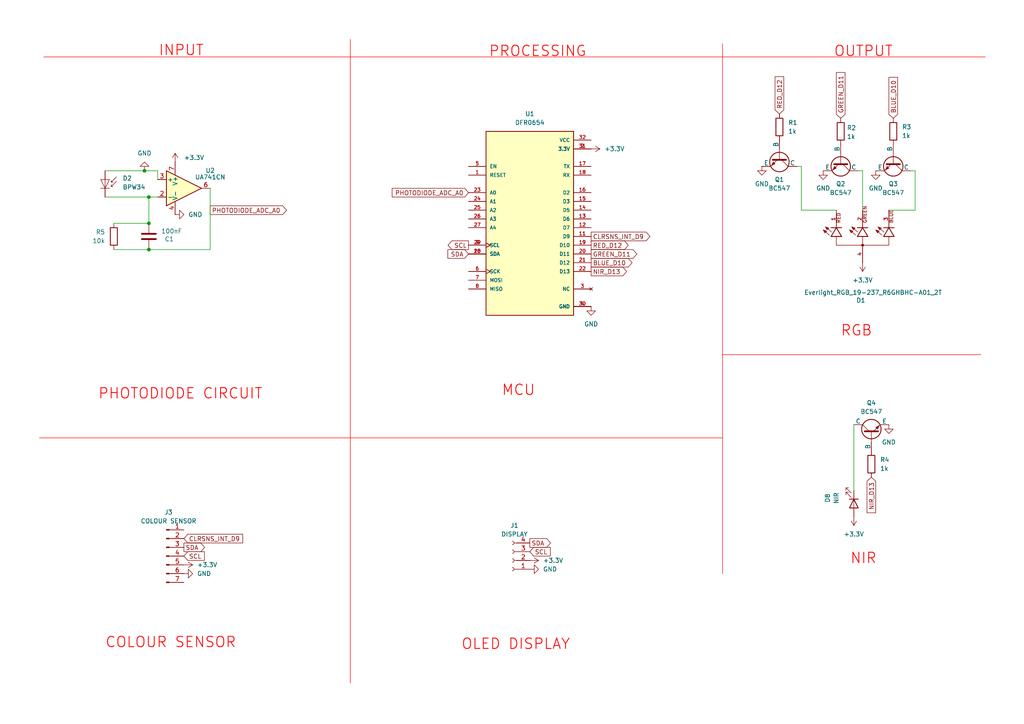
<source format=kicad_sch>
(kicad_sch
	(version 20250114)
	(generator "eeschema")
	(generator_version "9.0")
	(uuid "7502be0b-d057-47a2-9db7-5b5dbb481c85")
	(paper "A4")
	(lib_symbols
		(symbol "19-237_R6GHBHC-A01_2T:Everlight_RGB_19-237_R6GHBHC-A01_2T"
			(pin_names
				(offset 1.016)
			)
			(exclude_from_sim no)
			(in_bom yes)
			(on_board yes)
			(property "Reference" "D"
				(at -1.27 12.7 0)
				(effects
					(font
						(size 1.27 1.27)
					)
					(justify left bottom)
				)
			)
			(property "Value" "Everlight_RGB_19-237_R6GHBHC-A01_2T"
				(at -15.494 -12.954 0)
				(effects
					(font
						(size 1.27 1.27)
					)
					(justify left bottom)
				)
			)
			(property "Footprint" "Everlight_RGB_19-037ARSGHBHW1-S032T:LED_19-237_R6GHBHC-A01_2T"
				(at 2.286 25.908 0)
				(effects
					(font
						(size 1.27 1.27)
					)
					(justify bottom)
					(hide yes)
				)
			)
			(property "Datasheet" ""
				(at 0 0 0)
				(effects
					(font
						(size 1.27 1.27)
					)
					(hide yes)
				)
			)
			(property "Description" ""
				(at 0 0 0)
				(effects
					(font
						(size 1.27 1.27)
					)
					(hide yes)
				)
			)
			(symbol "Everlight_RGB_19-237_R6GHBHC-A01_2T_0_0"
				(polyline
					(pts
						(xy -3.81 7.62) (xy -3.81 0)
					)
					(stroke
						(width 0.1524)
						(type default)
					)
					(fill
						(type none)
					)
				)
				(circle
					(center -3.81 0)
					(radius 0.2032)
					(stroke
						(width 0.4064)
						(type default)
					)
					(fill
						(type none)
					)
				)
				(polyline
					(pts
						(xy -3.81 0) (xy -3.81 -7.62)
					)
					(stroke
						(width 0.1524)
						(type default)
					)
					(fill
						(type none)
					)
				)
				(polyline
					(pts
						(xy -3.81 -7.62) (xy -1.27 -7.62)
					)
					(stroke
						(width 0.1524)
						(type default)
					)
					(fill
						(type none)
					)
				)
				(polyline
					(pts
						(xy -1.27 9.144) (xy -1.27 7.62)
					)
					(stroke
						(width 0.254)
						(type default)
					)
					(fill
						(type none)
					)
				)
				(polyline
					(pts
						(xy -1.27 7.62) (xy -3.81 7.62)
					)
					(stroke
						(width 0.1524)
						(type default)
					)
					(fill
						(type none)
					)
				)
				(polyline
					(pts
						(xy -1.27 7.62) (xy -1.27 6.096)
					)
					(stroke
						(width 0.254)
						(type default)
					)
					(fill
						(type none)
					)
				)
				(polyline
					(pts
						(xy -1.27 6.096) (xy 1.27 7.62)
					)
					(stroke
						(width 0.254)
						(type default)
					)
					(fill
						(type none)
					)
				)
				(polyline
					(pts
						(xy -1.27 1.524) (xy -1.27 0)
					)
					(stroke
						(width 0.254)
						(type default)
					)
					(fill
						(type none)
					)
				)
				(polyline
					(pts
						(xy -1.27 0) (xy -3.81 0)
					)
					(stroke
						(width 0.1524)
						(type default)
					)
					(fill
						(type none)
					)
				)
				(polyline
					(pts
						(xy -1.27 0) (xy -1.27 -1.524)
					)
					(stroke
						(width 0.254)
						(type default)
					)
					(fill
						(type none)
					)
				)
				(polyline
					(pts
						(xy -1.27 -1.524) (xy 1.27 0)
					)
					(stroke
						(width 0.254)
						(type default)
					)
					(fill
						(type none)
					)
				)
				(polyline
					(pts
						(xy -1.27 -6.096) (xy -1.27 -7.62)
					)
					(stroke
						(width 0.254)
						(type default)
					)
					(fill
						(type none)
					)
				)
				(polyline
					(pts
						(xy -1.27 -7.62) (xy -1.27 -9.144)
					)
					(stroke
						(width 0.254)
						(type default)
					)
					(fill
						(type none)
					)
				)
				(polyline
					(pts
						(xy -1.27 -9.144) (xy 1.27 -7.62)
					)
					(stroke
						(width 0.254)
						(type default)
					)
					(fill
						(type none)
					)
				)
				(polyline
					(pts
						(xy -0.254 10.922) (xy 0.254 10.414) (xy 0.635 11.43) (xy -0.254 10.922)
					)
					(stroke
						(width 0.1524)
						(type default)
					)
					(fill
						(type outline)
					)
				)
				(polyline
					(pts
						(xy -0.254 3.302) (xy 0.254 2.794) (xy 0.635 3.81) (xy -0.254 3.302)
					)
					(stroke
						(width 0.1524)
						(type default)
					)
					(fill
						(type outline)
					)
				)
				(polyline
					(pts
						(xy -0.254 -4.318) (xy 0.254 -4.826) (xy 0.635 -3.81) (xy -0.254 -4.318)
					)
					(stroke
						(width 0.1524)
						(type default)
					)
					(fill
						(type outline)
					)
				)
				(polyline
					(pts
						(xy 0 10.668) (xy -0.889 9.652)
					)
					(stroke
						(width 0.1524)
						(type default)
					)
					(fill
						(type none)
					)
				)
				(polyline
					(pts
						(xy 0 3.048) (xy -0.889 2.032)
					)
					(stroke
						(width 0.1524)
						(type default)
					)
					(fill
						(type none)
					)
				)
				(polyline
					(pts
						(xy 0 -4.572) (xy -0.889 -5.588)
					)
					(stroke
						(width 0.1524)
						(type default)
					)
					(fill
						(type none)
					)
				)
				(polyline
					(pts
						(xy 0.635 10.287) (xy 1.143 9.779) (xy 1.524 10.795) (xy 0.635 10.287)
					)
					(stroke
						(width 0.1524)
						(type default)
					)
					(fill
						(type outline)
					)
				)
				(polyline
					(pts
						(xy 0.635 2.667) (xy 1.143 2.159) (xy 1.524 3.175) (xy 0.635 2.667)
					)
					(stroke
						(width 0.1524)
						(type default)
					)
					(fill
						(type outline)
					)
				)
				(polyline
					(pts
						(xy 0.635 -4.953) (xy 1.143 -5.461) (xy 1.524 -4.445) (xy 0.635 -4.953)
					)
					(stroke
						(width 0.1524)
						(type default)
					)
					(fill
						(type outline)
					)
				)
				(polyline
					(pts
						(xy 0.889 10.033) (xy 0 9.017)
					)
					(stroke
						(width 0.1524)
						(type default)
					)
					(fill
						(type none)
					)
				)
				(polyline
					(pts
						(xy 0.889 2.413) (xy 0 1.397)
					)
					(stroke
						(width 0.1524)
						(type default)
					)
					(fill
						(type none)
					)
				)
				(polyline
					(pts
						(xy 0.889 -5.207) (xy 0 -6.223)
					)
					(stroke
						(width 0.1524)
						(type default)
					)
					(fill
						(type none)
					)
				)
				(polyline
					(pts
						(xy 1.27 9.144) (xy 1.27 6.096)
					)
					(stroke
						(width 0.254)
						(type default)
					)
					(fill
						(type none)
					)
				)
				(polyline
					(pts
						(xy 1.27 7.62) (xy -1.27 9.144)
					)
					(stroke
						(width 0.254)
						(type default)
					)
					(fill
						(type none)
					)
				)
				(polyline
					(pts
						(xy 1.27 1.524) (xy 1.27 -1.524)
					)
					(stroke
						(width 0.254)
						(type default)
					)
					(fill
						(type none)
					)
				)
				(polyline
					(pts
						(xy 1.27 0) (xy -1.27 1.524)
					)
					(stroke
						(width 0.254)
						(type default)
					)
					(fill
						(type none)
					)
				)
				(polyline
					(pts
						(xy 1.27 -6.096) (xy 1.27 -9.144)
					)
					(stroke
						(width 0.254)
						(type default)
					)
					(fill
						(type none)
					)
				)
				(polyline
					(pts
						(xy 1.27 -7.62) (xy -1.27 -6.096)
					)
					(stroke
						(width 0.254)
						(type default)
					)
					(fill
						(type none)
					)
				)
				(text "RED"
					(at 2.54 6.35 0)
					(effects
						(font
							(size 1.016 1.016)
						)
						(justify left bottom)
					)
				)
				(text "GREEN"
					(at 2.54 -1.27 0)
					(effects
						(font
							(size 1.016 1.016)
						)
						(justify left bottom)
					)
				)
				(text "BLUE"
					(at 2.54 -8.89 0)
					(effects
						(font
							(size 1.016 1.016)
						)
						(justify left bottom)
					)
				)
				(pin passive line
					(at -8.89 0 0)
					(length 5.08)
					(name "~"
						(effects
							(font
								(size 1.016 1.016)
							)
						)
					)
					(number "4"
						(effects
							(font
								(size 1.016 1.016)
							)
						)
					)
				)
				(pin passive line
					(at 6.35 7.62 180)
					(length 5.08)
					(name "~"
						(effects
							(font
								(size 1.016 1.016)
							)
						)
					)
					(number "1"
						(effects
							(font
								(size 1.016 1.016)
							)
						)
					)
				)
				(pin passive line
					(at 6.35 0 180)
					(length 5.08)
					(name "~"
						(effects
							(font
								(size 1.016 1.016)
							)
						)
					)
					(number "2"
						(effects
							(font
								(size 1.016 1.016)
							)
						)
					)
				)
				(pin passive line
					(at 6.35 -7.62 180)
					(length 5.08)
					(name "~"
						(effects
							(font
								(size 1.016 1.016)
							)
						)
					)
					(number "3"
						(effects
							(font
								(size 1.016 1.016)
							)
						)
					)
				)
			)
			(embedded_fonts no)
		)
		(symbol "Connector:Conn_01x04_Socket"
			(pin_names
				(offset 1.016)
				(hide yes)
			)
			(exclude_from_sim no)
			(in_bom yes)
			(on_board yes)
			(property "Reference" "J"
				(at 0 5.08 0)
				(effects
					(font
						(size 1.27 1.27)
					)
				)
			)
			(property "Value" "Conn_01x04_Socket"
				(at 0 -7.62 0)
				(effects
					(font
						(size 1.27 1.27)
					)
				)
			)
			(property "Footprint" ""
				(at 0 0 0)
				(effects
					(font
						(size 1.27 1.27)
					)
					(hide yes)
				)
			)
			(property "Datasheet" "~"
				(at 0 0 0)
				(effects
					(font
						(size 1.27 1.27)
					)
					(hide yes)
				)
			)
			(property "Description" "Generic connector, single row, 01x04, script generated"
				(at 0 0 0)
				(effects
					(font
						(size 1.27 1.27)
					)
					(hide yes)
				)
			)
			(property "ki_locked" ""
				(at 0 0 0)
				(effects
					(font
						(size 1.27 1.27)
					)
				)
			)
			(property "ki_keywords" "connector"
				(at 0 0 0)
				(effects
					(font
						(size 1.27 1.27)
					)
					(hide yes)
				)
			)
			(property "ki_fp_filters" "Connector*:*_1x??_*"
				(at 0 0 0)
				(effects
					(font
						(size 1.27 1.27)
					)
					(hide yes)
				)
			)
			(symbol "Conn_01x04_Socket_1_1"
				(polyline
					(pts
						(xy -1.27 2.54) (xy -0.508 2.54)
					)
					(stroke
						(width 0.1524)
						(type default)
					)
					(fill
						(type none)
					)
				)
				(polyline
					(pts
						(xy -1.27 0) (xy -0.508 0)
					)
					(stroke
						(width 0.1524)
						(type default)
					)
					(fill
						(type none)
					)
				)
				(polyline
					(pts
						(xy -1.27 -2.54) (xy -0.508 -2.54)
					)
					(stroke
						(width 0.1524)
						(type default)
					)
					(fill
						(type none)
					)
				)
				(polyline
					(pts
						(xy -1.27 -5.08) (xy -0.508 -5.08)
					)
					(stroke
						(width 0.1524)
						(type default)
					)
					(fill
						(type none)
					)
				)
				(arc
					(start 0 2.032)
					(mid -0.5058 2.54)
					(end 0 3.048)
					(stroke
						(width 0.1524)
						(type default)
					)
					(fill
						(type none)
					)
				)
				(arc
					(start 0 -0.508)
					(mid -0.5058 0)
					(end 0 0.508)
					(stroke
						(width 0.1524)
						(type default)
					)
					(fill
						(type none)
					)
				)
				(arc
					(start 0 -3.048)
					(mid -0.5058 -2.54)
					(end 0 -2.032)
					(stroke
						(width 0.1524)
						(type default)
					)
					(fill
						(type none)
					)
				)
				(arc
					(start 0 -5.588)
					(mid -0.5058 -5.08)
					(end 0 -4.572)
					(stroke
						(width 0.1524)
						(type default)
					)
					(fill
						(type none)
					)
				)
				(pin passive line
					(at -5.08 2.54 0)
					(length 3.81)
					(name "Pin_1"
						(effects
							(font
								(size 1.27 1.27)
							)
						)
					)
					(number "1"
						(effects
							(font
								(size 1.27 1.27)
							)
						)
					)
				)
				(pin passive line
					(at -5.08 0 0)
					(length 3.81)
					(name "Pin_2"
						(effects
							(font
								(size 1.27 1.27)
							)
						)
					)
					(number "2"
						(effects
							(font
								(size 1.27 1.27)
							)
						)
					)
				)
				(pin passive line
					(at -5.08 -2.54 0)
					(length 3.81)
					(name "Pin_3"
						(effects
							(font
								(size 1.27 1.27)
							)
						)
					)
					(number "3"
						(effects
							(font
								(size 1.27 1.27)
							)
						)
					)
				)
				(pin passive line
					(at -5.08 -5.08 0)
					(length 3.81)
					(name "Pin_4"
						(effects
							(font
								(size 1.27 1.27)
							)
						)
					)
					(number "4"
						(effects
							(font
								(size 1.27 1.27)
							)
						)
					)
				)
			)
			(embedded_fonts no)
		)
		(symbol "Connector:Conn_01x07_Pin"
			(pin_names
				(offset 1.016)
				(hide yes)
			)
			(exclude_from_sim no)
			(in_bom yes)
			(on_board yes)
			(property "Reference" "J"
				(at 0 10.16 0)
				(effects
					(font
						(size 1.27 1.27)
					)
				)
			)
			(property "Value" "Conn_01x07_Pin"
				(at 0 -10.16 0)
				(effects
					(font
						(size 1.27 1.27)
					)
				)
			)
			(property "Footprint" ""
				(at 0 0 0)
				(effects
					(font
						(size 1.27 1.27)
					)
					(hide yes)
				)
			)
			(property "Datasheet" "~"
				(at 0 0 0)
				(effects
					(font
						(size 1.27 1.27)
					)
					(hide yes)
				)
			)
			(property "Description" "Generic connector, single row, 01x07, script generated"
				(at 0 0 0)
				(effects
					(font
						(size 1.27 1.27)
					)
					(hide yes)
				)
			)
			(property "ki_locked" ""
				(at 0 0 0)
				(effects
					(font
						(size 1.27 1.27)
					)
				)
			)
			(property "ki_keywords" "connector"
				(at 0 0 0)
				(effects
					(font
						(size 1.27 1.27)
					)
					(hide yes)
				)
			)
			(property "ki_fp_filters" "Connector*:*_1x??_*"
				(at 0 0 0)
				(effects
					(font
						(size 1.27 1.27)
					)
					(hide yes)
				)
			)
			(symbol "Conn_01x07_Pin_1_1"
				(rectangle
					(start 0.8636 7.747)
					(end 0 7.493)
					(stroke
						(width 0.1524)
						(type default)
					)
					(fill
						(type outline)
					)
				)
				(rectangle
					(start 0.8636 5.207)
					(end 0 4.953)
					(stroke
						(width 0.1524)
						(type default)
					)
					(fill
						(type outline)
					)
				)
				(rectangle
					(start 0.8636 2.667)
					(end 0 2.413)
					(stroke
						(width 0.1524)
						(type default)
					)
					(fill
						(type outline)
					)
				)
				(rectangle
					(start 0.8636 0.127)
					(end 0 -0.127)
					(stroke
						(width 0.1524)
						(type default)
					)
					(fill
						(type outline)
					)
				)
				(rectangle
					(start 0.8636 -2.413)
					(end 0 -2.667)
					(stroke
						(width 0.1524)
						(type default)
					)
					(fill
						(type outline)
					)
				)
				(rectangle
					(start 0.8636 -4.953)
					(end 0 -5.207)
					(stroke
						(width 0.1524)
						(type default)
					)
					(fill
						(type outline)
					)
				)
				(rectangle
					(start 0.8636 -7.493)
					(end 0 -7.747)
					(stroke
						(width 0.1524)
						(type default)
					)
					(fill
						(type outline)
					)
				)
				(polyline
					(pts
						(xy 1.27 7.62) (xy 0.8636 7.62)
					)
					(stroke
						(width 0.1524)
						(type default)
					)
					(fill
						(type none)
					)
				)
				(polyline
					(pts
						(xy 1.27 5.08) (xy 0.8636 5.08)
					)
					(stroke
						(width 0.1524)
						(type default)
					)
					(fill
						(type none)
					)
				)
				(polyline
					(pts
						(xy 1.27 2.54) (xy 0.8636 2.54)
					)
					(stroke
						(width 0.1524)
						(type default)
					)
					(fill
						(type none)
					)
				)
				(polyline
					(pts
						(xy 1.27 0) (xy 0.8636 0)
					)
					(stroke
						(width 0.1524)
						(type default)
					)
					(fill
						(type none)
					)
				)
				(polyline
					(pts
						(xy 1.27 -2.54) (xy 0.8636 -2.54)
					)
					(stroke
						(width 0.1524)
						(type default)
					)
					(fill
						(type none)
					)
				)
				(polyline
					(pts
						(xy 1.27 -5.08) (xy 0.8636 -5.08)
					)
					(stroke
						(width 0.1524)
						(type default)
					)
					(fill
						(type none)
					)
				)
				(polyline
					(pts
						(xy 1.27 -7.62) (xy 0.8636 -7.62)
					)
					(stroke
						(width 0.1524)
						(type default)
					)
					(fill
						(type none)
					)
				)
				(pin passive line
					(at 5.08 7.62 180)
					(length 3.81)
					(name "Pin_1"
						(effects
							(font
								(size 1.27 1.27)
							)
						)
					)
					(number "1"
						(effects
							(font
								(size 1.27 1.27)
							)
						)
					)
				)
				(pin passive line
					(at 5.08 5.08 180)
					(length 3.81)
					(name "Pin_2"
						(effects
							(font
								(size 1.27 1.27)
							)
						)
					)
					(number "2"
						(effects
							(font
								(size 1.27 1.27)
							)
						)
					)
				)
				(pin passive line
					(at 5.08 2.54 180)
					(length 3.81)
					(name "Pin_3"
						(effects
							(font
								(size 1.27 1.27)
							)
						)
					)
					(number "3"
						(effects
							(font
								(size 1.27 1.27)
							)
						)
					)
				)
				(pin passive line
					(at 5.08 0 180)
					(length 3.81)
					(name "Pin_4"
						(effects
							(font
								(size 1.27 1.27)
							)
						)
					)
					(number "4"
						(effects
							(font
								(size 1.27 1.27)
							)
						)
					)
				)
				(pin passive line
					(at 5.08 -2.54 180)
					(length 3.81)
					(name "Pin_5"
						(effects
							(font
								(size 1.27 1.27)
							)
						)
					)
					(number "5"
						(effects
							(font
								(size 1.27 1.27)
							)
						)
					)
				)
				(pin passive line
					(at 5.08 -5.08 180)
					(length 3.81)
					(name "Pin_6"
						(effects
							(font
								(size 1.27 1.27)
							)
						)
					)
					(number "6"
						(effects
							(font
								(size 1.27 1.27)
							)
						)
					)
				)
				(pin passive line
					(at 5.08 -7.62 180)
					(length 3.81)
					(name "Pin_7"
						(effects
							(font
								(size 1.27 1.27)
							)
						)
					)
					(number "7"
						(effects
							(font
								(size 1.27 1.27)
							)
						)
					)
				)
			)
			(embedded_fonts no)
		)
		(symbol "DFR0654:DFR0654"
			(pin_names
				(offset 1.016)
			)
			(exclude_from_sim no)
			(in_bom yes)
			(on_board yes)
			(property "Reference" "U"
				(at -12.7 26.162 0)
				(effects
					(font
						(size 1.27 1.27)
					)
					(justify left bottom)
				)
			)
			(property "Value" "DFR0654"
				(at -12.7 -30.48 0)
				(effects
					(font
						(size 1.27 1.27)
					)
					(justify left bottom)
				)
			)
			(property "Footprint" "DFR0654:MODULE_DFR0654"
				(at 0 0 0)
				(effects
					(font
						(size 1.27 1.27)
					)
					(justify bottom)
					(hide yes)
				)
			)
			(property "Datasheet" ""
				(at 0 0 0)
				(effects
					(font
						(size 1.27 1.27)
					)
					(hide yes)
				)
			)
			(property "Description" ""
				(at 0 0 0)
				(effects
					(font
						(size 1.27 1.27)
					)
					(hide yes)
				)
			)
			(property "MF" "DFRobot"
				(at 0 0 0)
				(effects
					(font
						(size 1.27 1.27)
					)
					(justify bottom)
					(hide yes)
				)
			)
			(property "Description_1" "ESP32-E ESP32 Transceiver; 802.11 b/g/n/d/e/i/k/r (Wi-Fi, WiFi, WLAN), Bluetooth® Smart 4.x Low Energy (BLE) 2.4GHz ~ 2.5GHz Evaluation Board"
				(at 0 0 0)
				(effects
					(font
						(size 1.27 1.27)
					)
					(justify bottom)
					(hide yes)
				)
			)
			(property "Package" "None"
				(at 0 0 0)
				(effects
					(font
						(size 1.27 1.27)
					)
					(justify bottom)
					(hide yes)
				)
			)
			(property "Price" "None"
				(at 0 0 0)
				(effects
					(font
						(size 1.27 1.27)
					)
					(justify bottom)
					(hide yes)
				)
			)
			(property "Check_prices" "https://www.snapeda.com/parts/DFR0654/DFRobot/view-part/?ref=eda"
				(at 0 0 0)
				(effects
					(font
						(size 1.27 1.27)
					)
					(justify bottom)
					(hide yes)
				)
			)
			(property "STANDARD" "Manufacturer Recommendations"
				(at 0 0 0)
				(effects
					(font
						(size 1.27 1.27)
					)
					(justify bottom)
					(hide yes)
				)
			)
			(property "SnapEDA_Link" "https://www.snapeda.com/parts/DFR0654/DFRobot/view-part/?ref=snap"
				(at 0 0 0)
				(effects
					(font
						(size 1.27 1.27)
					)
					(justify bottom)
					(hide yes)
				)
			)
			(property "MP" "DFR0654"
				(at 0 0 0)
				(effects
					(font
						(size 1.27 1.27)
					)
					(justify bottom)
					(hide yes)
				)
			)
			(property "Availability" "In Stock"
				(at 0 0 0)
				(effects
					(font
						(size 1.27 1.27)
					)
					(justify bottom)
					(hide yes)
				)
			)
			(property "MANUFACTURER" "DFRobot"
				(at 0 0 0)
				(effects
					(font
						(size 1.27 1.27)
					)
					(justify bottom)
					(hide yes)
				)
			)
			(symbol "DFR0654_0_0"
				(rectangle
					(start -12.7 -27.94)
					(end 12.7 25.4)
					(stroke
						(width 0.254)
						(type default)
					)
					(fill
						(type background)
					)
				)
				(pin input line
					(at -17.78 15.24 0)
					(length 5.08)
					(name "EN"
						(effects
							(font
								(size 1.016 1.016)
							)
						)
					)
					(number "5"
						(effects
							(font
								(size 1.016 1.016)
							)
						)
					)
				)
				(pin input line
					(at -17.78 12.7 0)
					(length 5.08)
					(name "RESET"
						(effects
							(font
								(size 1.016 1.016)
							)
						)
					)
					(number "1"
						(effects
							(font
								(size 1.016 1.016)
							)
						)
					)
				)
				(pin input line
					(at -17.78 7.62 0)
					(length 5.08)
					(name "A0"
						(effects
							(font
								(size 1.016 1.016)
							)
						)
					)
					(number "23"
						(effects
							(font
								(size 1.016 1.016)
							)
						)
					)
				)
				(pin input line
					(at -17.78 5.08 0)
					(length 5.08)
					(name "A1"
						(effects
							(font
								(size 1.016 1.016)
							)
						)
					)
					(number "24"
						(effects
							(font
								(size 1.016 1.016)
							)
						)
					)
				)
				(pin input line
					(at -17.78 2.54 0)
					(length 5.08)
					(name "A2"
						(effects
							(font
								(size 1.016 1.016)
							)
						)
					)
					(number "25"
						(effects
							(font
								(size 1.016 1.016)
							)
						)
					)
				)
				(pin input line
					(at -17.78 0 0)
					(length 5.08)
					(name "A3"
						(effects
							(font
								(size 1.016 1.016)
							)
						)
					)
					(number "26"
						(effects
							(font
								(size 1.016 1.016)
							)
						)
					)
				)
				(pin input line
					(at -17.78 -2.54 0)
					(length 5.08)
					(name "A4"
						(effects
							(font
								(size 1.016 1.016)
							)
						)
					)
					(number "27"
						(effects
							(font
								(size 1.016 1.016)
							)
						)
					)
				)
				(pin input clock
					(at -17.78 -7.62 0)
					(length 5.08)
					(name "SCL"
						(effects
							(font
								(size 1.016 1.016)
							)
						)
					)
					(number "29"
						(effects
							(font
								(size 1.016 1.016)
							)
						)
					)
				)
				(pin input clock
					(at -17.78 -7.62 0)
					(length 5.08)
					(name "SCL"
						(effects
							(font
								(size 1.016 1.016)
							)
						)
					)
					(number "9"
						(effects
							(font
								(size 1.016 1.016)
							)
						)
					)
				)
				(pin bidirectional line
					(at -17.78 -10.16 0)
					(length 5.08)
					(name "SDA"
						(effects
							(font
								(size 1.016 1.016)
							)
						)
					)
					(number "10"
						(effects
							(font
								(size 1.016 1.016)
							)
						)
					)
				)
				(pin bidirectional line
					(at -17.78 -10.16 0)
					(length 5.08)
					(name "SDA"
						(effects
							(font
								(size 1.016 1.016)
							)
						)
					)
					(number "28"
						(effects
							(font
								(size 1.016 1.016)
							)
						)
					)
				)
				(pin input clock
					(at -17.78 -15.24 0)
					(length 5.08)
					(name "SCK"
						(effects
							(font
								(size 1.016 1.016)
							)
						)
					)
					(number "6"
						(effects
							(font
								(size 1.016 1.016)
							)
						)
					)
				)
				(pin input line
					(at -17.78 -17.78 0)
					(length 5.08)
					(name "MOSI"
						(effects
							(font
								(size 1.016 1.016)
							)
						)
					)
					(number "7"
						(effects
							(font
								(size 1.016 1.016)
							)
						)
					)
				)
				(pin output line
					(at -17.78 -20.32 0)
					(length 5.08)
					(name "MISO"
						(effects
							(font
								(size 1.016 1.016)
							)
						)
					)
					(number "8"
						(effects
							(font
								(size 1.016 1.016)
							)
						)
					)
				)
				(pin power_in line
					(at 17.78 22.86 180)
					(length 5.08)
					(name "VCC"
						(effects
							(font
								(size 1.016 1.016)
							)
						)
					)
					(number "32"
						(effects
							(font
								(size 1.016 1.016)
							)
						)
					)
				)
				(pin power_in line
					(at 17.78 20.32 180)
					(length 5.08)
					(name "3.3V"
						(effects
							(font
								(size 1.016 1.016)
							)
						)
					)
					(number "2"
						(effects
							(font
								(size 1.016 1.016)
							)
						)
					)
				)
				(pin power_in line
					(at 17.78 20.32 180)
					(length 5.08)
					(name "3.3V"
						(effects
							(font
								(size 1.016 1.016)
							)
						)
					)
					(number "31"
						(effects
							(font
								(size 1.016 1.016)
							)
						)
					)
				)
				(pin output line
					(at 17.78 15.24 180)
					(length 5.08)
					(name "TX"
						(effects
							(font
								(size 1.016 1.016)
							)
						)
					)
					(number "17"
						(effects
							(font
								(size 1.016 1.016)
							)
						)
					)
				)
				(pin input line
					(at 17.78 12.7 180)
					(length 5.08)
					(name "RX"
						(effects
							(font
								(size 1.016 1.016)
							)
						)
					)
					(number "18"
						(effects
							(font
								(size 1.016 1.016)
							)
						)
					)
				)
				(pin bidirectional line
					(at 17.78 7.62 180)
					(length 5.08)
					(name "D2"
						(effects
							(font
								(size 1.016 1.016)
							)
						)
					)
					(number "16"
						(effects
							(font
								(size 1.016 1.016)
							)
						)
					)
				)
				(pin bidirectional line
					(at 17.78 5.08 180)
					(length 5.08)
					(name "D3"
						(effects
							(font
								(size 1.016 1.016)
							)
						)
					)
					(number "15"
						(effects
							(font
								(size 1.016 1.016)
							)
						)
					)
				)
				(pin bidirectional line
					(at 17.78 2.54 180)
					(length 5.08)
					(name "D5"
						(effects
							(font
								(size 1.016 1.016)
							)
						)
					)
					(number "14"
						(effects
							(font
								(size 1.016 1.016)
							)
						)
					)
				)
				(pin bidirectional line
					(at 17.78 0 180)
					(length 5.08)
					(name "D6"
						(effects
							(font
								(size 1.016 1.016)
							)
						)
					)
					(number "13"
						(effects
							(font
								(size 1.016 1.016)
							)
						)
					)
				)
				(pin bidirectional line
					(at 17.78 -2.54 180)
					(length 5.08)
					(name "D7"
						(effects
							(font
								(size 1.016 1.016)
							)
						)
					)
					(number "12"
						(effects
							(font
								(size 1.016 1.016)
							)
						)
					)
				)
				(pin bidirectional line
					(at 17.78 -5.08 180)
					(length 5.08)
					(name "D9"
						(effects
							(font
								(size 1.016 1.016)
							)
						)
					)
					(number "11"
						(effects
							(font
								(size 1.016 1.016)
							)
						)
					)
				)
				(pin bidirectional line
					(at 17.78 -7.62 180)
					(length 5.08)
					(name "D10"
						(effects
							(font
								(size 1.016 1.016)
							)
						)
					)
					(number "19"
						(effects
							(font
								(size 1.016 1.016)
							)
						)
					)
				)
				(pin bidirectional line
					(at 17.78 -10.16 180)
					(length 5.08)
					(name "D11"
						(effects
							(font
								(size 1.016 1.016)
							)
						)
					)
					(number "20"
						(effects
							(font
								(size 1.016 1.016)
							)
						)
					)
				)
				(pin bidirectional line
					(at 17.78 -12.7 180)
					(length 5.08)
					(name "D12"
						(effects
							(font
								(size 1.016 1.016)
							)
						)
					)
					(number "21"
						(effects
							(font
								(size 1.016 1.016)
							)
						)
					)
				)
				(pin bidirectional line
					(at 17.78 -15.24 180)
					(length 5.08)
					(name "D13"
						(effects
							(font
								(size 1.016 1.016)
							)
						)
					)
					(number "22"
						(effects
							(font
								(size 1.016 1.016)
							)
						)
					)
				)
				(pin no_connect line
					(at 17.78 -20.32 180)
					(length 5.08)
					(name "NC"
						(effects
							(font
								(size 1.016 1.016)
							)
						)
					)
					(number "3"
						(effects
							(font
								(size 1.016 1.016)
							)
						)
					)
				)
				(pin power_in line
					(at 17.78 -25.4 180)
					(length 5.08)
					(name "GND"
						(effects
							(font
								(size 1.016 1.016)
							)
						)
					)
					(number "30"
						(effects
							(font
								(size 1.016 1.016)
							)
						)
					)
				)
				(pin power_in line
					(at 17.78 -25.4 180)
					(length 5.08)
					(name "GND"
						(effects
							(font
								(size 1.016 1.016)
							)
						)
					)
					(number "4"
						(effects
							(font
								(size 1.016 1.016)
							)
						)
					)
				)
			)
			(embedded_fonts no)
		)
		(symbol "Device:C"
			(pin_numbers
				(hide yes)
			)
			(pin_names
				(offset 0.254)
			)
			(exclude_from_sim no)
			(in_bom yes)
			(on_board yes)
			(property "Reference" "C"
				(at 0.635 2.54 0)
				(effects
					(font
						(size 1.27 1.27)
					)
					(justify left)
				)
			)
			(property "Value" "C"
				(at 0.635 -2.54 0)
				(effects
					(font
						(size 1.27 1.27)
					)
					(justify left)
				)
			)
			(property "Footprint" ""
				(at 0.9652 -3.81 0)
				(effects
					(font
						(size 1.27 1.27)
					)
					(hide yes)
				)
			)
			(property "Datasheet" "~"
				(at 0 0 0)
				(effects
					(font
						(size 1.27 1.27)
					)
					(hide yes)
				)
			)
			(property "Description" "Unpolarized capacitor"
				(at 0 0 0)
				(effects
					(font
						(size 1.27 1.27)
					)
					(hide yes)
				)
			)
			(property "ki_keywords" "cap capacitor"
				(at 0 0 0)
				(effects
					(font
						(size 1.27 1.27)
					)
					(hide yes)
				)
			)
			(property "ki_fp_filters" "C_*"
				(at 0 0 0)
				(effects
					(font
						(size 1.27 1.27)
					)
					(hide yes)
				)
			)
			(symbol "C_0_1"
				(polyline
					(pts
						(xy -2.032 0.762) (xy 2.032 0.762)
					)
					(stroke
						(width 0.508)
						(type default)
					)
					(fill
						(type none)
					)
				)
				(polyline
					(pts
						(xy -2.032 -0.762) (xy 2.032 -0.762)
					)
					(stroke
						(width 0.508)
						(type default)
					)
					(fill
						(type none)
					)
				)
			)
			(symbol "C_1_1"
				(pin passive line
					(at 0 3.81 270)
					(length 2.794)
					(name "~"
						(effects
							(font
								(size 1.27 1.27)
							)
						)
					)
					(number "1"
						(effects
							(font
								(size 1.27 1.27)
							)
						)
					)
				)
				(pin passive line
					(at 0 -3.81 90)
					(length 2.794)
					(name "~"
						(effects
							(font
								(size 1.27 1.27)
							)
						)
					)
					(number "2"
						(effects
							(font
								(size 1.27 1.27)
							)
						)
					)
				)
			)
			(embedded_fonts no)
		)
		(symbol "Device:LED"
			(pin_numbers
				(hide yes)
			)
			(pin_names
				(offset 1.016)
				(hide yes)
			)
			(exclude_from_sim no)
			(in_bom yes)
			(on_board yes)
			(property "Reference" "D"
				(at 0 2.54 0)
				(effects
					(font
						(size 1.27 1.27)
					)
				)
			)
			(property "Value" "LED"
				(at 0 -2.54 0)
				(effects
					(font
						(size 1.27 1.27)
					)
				)
			)
			(property "Footprint" ""
				(at 0 0 0)
				(effects
					(font
						(size 1.27 1.27)
					)
					(hide yes)
				)
			)
			(property "Datasheet" "~"
				(at 0 0 0)
				(effects
					(font
						(size 1.27 1.27)
					)
					(hide yes)
				)
			)
			(property "Description" "Light emitting diode"
				(at 0 0 0)
				(effects
					(font
						(size 1.27 1.27)
					)
					(hide yes)
				)
			)
			(property "Sim.Pins" "1=K 2=A"
				(at 0 0 0)
				(effects
					(font
						(size 1.27 1.27)
					)
					(hide yes)
				)
			)
			(property "ki_keywords" "LED diode"
				(at 0 0 0)
				(effects
					(font
						(size 1.27 1.27)
					)
					(hide yes)
				)
			)
			(property "ki_fp_filters" "LED* LED_SMD:* LED_THT:*"
				(at 0 0 0)
				(effects
					(font
						(size 1.27 1.27)
					)
					(hide yes)
				)
			)
			(symbol "LED_0_1"
				(polyline
					(pts
						(xy -3.048 -0.762) (xy -4.572 -2.286) (xy -3.81 -2.286) (xy -4.572 -2.286) (xy -4.572 -1.524)
					)
					(stroke
						(width 0)
						(type default)
					)
					(fill
						(type none)
					)
				)
				(polyline
					(pts
						(xy -1.778 -0.762) (xy -3.302 -2.286) (xy -2.54 -2.286) (xy -3.302 -2.286) (xy -3.302 -1.524)
					)
					(stroke
						(width 0)
						(type default)
					)
					(fill
						(type none)
					)
				)
				(polyline
					(pts
						(xy -1.27 0) (xy 1.27 0)
					)
					(stroke
						(width 0)
						(type default)
					)
					(fill
						(type none)
					)
				)
				(polyline
					(pts
						(xy -1.27 -1.27) (xy -1.27 1.27)
					)
					(stroke
						(width 0.254)
						(type default)
					)
					(fill
						(type none)
					)
				)
				(polyline
					(pts
						(xy 1.27 -1.27) (xy 1.27 1.27) (xy -1.27 0) (xy 1.27 -1.27)
					)
					(stroke
						(width 0.254)
						(type default)
					)
					(fill
						(type none)
					)
				)
			)
			(symbol "LED_1_1"
				(pin passive line
					(at -3.81 0 0)
					(length 2.54)
					(name "K"
						(effects
							(font
								(size 1.27 1.27)
							)
						)
					)
					(number "1"
						(effects
							(font
								(size 1.27 1.27)
							)
						)
					)
				)
				(pin passive line
					(at 3.81 0 180)
					(length 2.54)
					(name "A"
						(effects
							(font
								(size 1.27 1.27)
							)
						)
					)
					(number "2"
						(effects
							(font
								(size 1.27 1.27)
							)
						)
					)
				)
			)
			(embedded_fonts no)
		)
		(symbol "Device:R"
			(pin_numbers
				(hide yes)
			)
			(pin_names
				(offset 0)
			)
			(exclude_from_sim no)
			(in_bom yes)
			(on_board yes)
			(property "Reference" "R"
				(at 2.032 0 90)
				(effects
					(font
						(size 1.27 1.27)
					)
				)
			)
			(property "Value" "R"
				(at 0 0 90)
				(effects
					(font
						(size 1.27 1.27)
					)
				)
			)
			(property "Footprint" ""
				(at -1.778 0 90)
				(effects
					(font
						(size 1.27 1.27)
					)
					(hide yes)
				)
			)
			(property "Datasheet" "~"
				(at 0 0 0)
				(effects
					(font
						(size 1.27 1.27)
					)
					(hide yes)
				)
			)
			(property "Description" "Resistor"
				(at 0 0 0)
				(effects
					(font
						(size 1.27 1.27)
					)
					(hide yes)
				)
			)
			(property "ki_keywords" "R res resistor"
				(at 0 0 0)
				(effects
					(font
						(size 1.27 1.27)
					)
					(hide yes)
				)
			)
			(property "ki_fp_filters" "R_*"
				(at 0 0 0)
				(effects
					(font
						(size 1.27 1.27)
					)
					(hide yes)
				)
			)
			(symbol "R_0_1"
				(rectangle
					(start -1.016 -2.54)
					(end 1.016 2.54)
					(stroke
						(width 0.254)
						(type default)
					)
					(fill
						(type none)
					)
				)
			)
			(symbol "R_1_1"
				(pin passive line
					(at 0 3.81 270)
					(length 1.27)
					(name "~"
						(effects
							(font
								(size 1.27 1.27)
							)
						)
					)
					(number "1"
						(effects
							(font
								(size 1.27 1.27)
							)
						)
					)
				)
				(pin passive line
					(at 0 -3.81 90)
					(length 1.27)
					(name "~"
						(effects
							(font
								(size 1.27 1.27)
							)
						)
					)
					(number "2"
						(effects
							(font
								(size 1.27 1.27)
							)
						)
					)
				)
			)
			(embedded_fonts no)
		)
		(symbol "Sensor_Optical:BPW34"
			(pin_numbers
				(hide yes)
			)
			(pin_names
				(offset 1.016)
				(hide yes)
			)
			(exclude_from_sim no)
			(in_bom yes)
			(on_board yes)
			(property "Reference" "D"
				(at 0.508 1.778 0)
				(effects
					(font
						(size 1.27 1.27)
					)
					(justify left)
				)
			)
			(property "Value" "BPW34"
				(at -1.016 -2.794 0)
				(effects
					(font
						(size 1.27 1.27)
					)
				)
			)
			(property "Footprint" "OptoDevice:Osram_DIL2_4.3x4.65mm_P5.08mm"
				(at 0 4.445 0)
				(effects
					(font
						(size 1.27 1.27)
					)
					(hide yes)
				)
			)
			(property "Datasheet" "http://www.vishay.com/docs/81521/bpw34.pdf"
				(at -1.27 0 0)
				(effects
					(font
						(size 1.27 1.27)
					)
					(hide yes)
				)
			)
			(property "Description" "Silicon PIN Photodiode"
				(at 0 0 0)
				(effects
					(font
						(size 1.27 1.27)
					)
					(hide yes)
				)
			)
			(property "ki_keywords" "opto PIN photodiode"
				(at 0 0 0)
				(effects
					(font
						(size 1.27 1.27)
					)
					(hide yes)
				)
			)
			(property "ki_fp_filters" "Osram*DIL2*4.3x4.65mm*P5.08*"
				(at 0 0 0)
				(effects
					(font
						(size 1.27 1.27)
					)
					(hide yes)
				)
			)
			(symbol "BPW34_0_1"
				(polyline
					(pts
						(xy -2.54 1.27) (xy -2.54 -1.27)
					)
					(stroke
						(width 0.1524)
						(type default)
					)
					(fill
						(type none)
					)
				)
				(polyline
					(pts
						(xy -2.032 1.778) (xy -1.524 1.778)
					)
					(stroke
						(width 0)
						(type default)
					)
					(fill
						(type none)
					)
				)
				(polyline
					(pts
						(xy -0.508 3.302) (xy -2.032 1.778) (xy -2.032 2.286)
					)
					(stroke
						(width 0)
						(type default)
					)
					(fill
						(type none)
					)
				)
				(polyline
					(pts
						(xy 0 1.27) (xy -2.54 0) (xy 0 -1.27)
					)
					(stroke
						(width 0)
						(type default)
					)
					(fill
						(type none)
					)
				)
				(polyline
					(pts
						(xy 0 0) (xy -2.54 0)
					)
					(stroke
						(width 0)
						(type default)
					)
					(fill
						(type none)
					)
				)
				(polyline
					(pts
						(xy 0 -1.27) (xy 0 1.27)
					)
					(stroke
						(width 0)
						(type default)
					)
					(fill
						(type none)
					)
				)
				(polyline
					(pts
						(xy 0.762 3.302) (xy -0.762 1.778) (xy -0.762 2.286) (xy -0.762 1.778) (xy -0.254 1.778)
					)
					(stroke
						(width 0)
						(type default)
					)
					(fill
						(type none)
					)
				)
			)
			(symbol "BPW34_1_1"
				(pin passive line
					(at -5.08 0 0)
					(length 2.54)
					(name "K"
						(effects
							(font
								(size 1.27 1.27)
							)
						)
					)
					(number "1"
						(effects
							(font
								(size 1.27 1.27)
							)
						)
					)
				)
				(pin passive line
					(at 2.54 0 180)
					(length 2.54)
					(name "A"
						(effects
							(font
								(size 1.27 1.27)
							)
						)
					)
					(number "2"
						(effects
							(font
								(size 1.27 1.27)
							)
						)
					)
				)
			)
			(embedded_fonts no)
		)
		(symbol "Simulation_SPICE:NPN"
			(pin_numbers
				(hide yes)
			)
			(pin_names
				(offset 0)
			)
			(exclude_from_sim no)
			(in_bom yes)
			(on_board yes)
			(property "Reference" "Q"
				(at -2.54 7.62 0)
				(effects
					(font
						(size 1.27 1.27)
					)
				)
			)
			(property "Value" "NPN"
				(at -2.54 5.08 0)
				(effects
					(font
						(size 1.27 1.27)
					)
				)
			)
			(property "Footprint" ""
				(at 63.5 0 0)
				(effects
					(font
						(size 1.27 1.27)
					)
					(hide yes)
				)
			)
			(property "Datasheet" "https://ngspice.sourceforge.io/docs/ngspice-html-manual/manual.xhtml#cha_BJTs"
				(at 63.5 0 0)
				(effects
					(font
						(size 1.27 1.27)
					)
					(hide yes)
				)
			)
			(property "Description" "Bipolar transistor symbol for simulation only, substrate tied to the emitter"
				(at 0 0 0)
				(effects
					(font
						(size 1.27 1.27)
					)
					(hide yes)
				)
			)
			(property "Sim.Device" "NPN"
				(at 0 0 0)
				(effects
					(font
						(size 1.27 1.27)
					)
					(hide yes)
				)
			)
			(property "Sim.Type" "GUMMELPOON"
				(at 0 0 0)
				(effects
					(font
						(size 1.27 1.27)
					)
					(hide yes)
				)
			)
			(property "Sim.Pins" "1=C 2=B 3=E"
				(at 0 0 0)
				(effects
					(font
						(size 1.27 1.27)
					)
					(hide yes)
				)
			)
			(property "ki_keywords" "simulation"
				(at 0 0 0)
				(effects
					(font
						(size 1.27 1.27)
					)
					(hide yes)
				)
			)
			(symbol "NPN_0_1"
				(polyline
					(pts
						(xy -2.54 0) (xy 0.635 0)
					)
					(stroke
						(width 0.1524)
						(type default)
					)
					(fill
						(type none)
					)
				)
				(polyline
					(pts
						(xy 0.635 1.905) (xy 0.635 -1.905) (xy 0.635 -1.905)
					)
					(stroke
						(width 0.508)
						(type default)
					)
					(fill
						(type none)
					)
				)
				(polyline
					(pts
						(xy 0.635 0.635) (xy 2.54 2.54)
					)
					(stroke
						(width 0)
						(type default)
					)
					(fill
						(type none)
					)
				)
				(polyline
					(pts
						(xy 0.635 -0.635) (xy 2.54 -2.54) (xy 2.54 -2.54)
					)
					(stroke
						(width 0)
						(type default)
					)
					(fill
						(type none)
					)
				)
				(circle
					(center 1.27 0)
					(radius 2.8194)
					(stroke
						(width 0.254)
						(type default)
					)
					(fill
						(type none)
					)
				)
				(polyline
					(pts
						(xy 1.27 -1.778) (xy 1.778 -1.27) (xy 2.286 -2.286) (xy 1.27 -1.778) (xy 1.27 -1.778)
					)
					(stroke
						(width 0)
						(type default)
					)
					(fill
						(type outline)
					)
				)
				(polyline
					(pts
						(xy 2.794 -1.27) (xy 2.794 -1.27)
					)
					(stroke
						(width 0.1524)
						(type default)
					)
					(fill
						(type none)
					)
				)
				(polyline
					(pts
						(xy 2.794 -1.27) (xy 2.794 -1.27)
					)
					(stroke
						(width 0.1524)
						(type default)
					)
					(fill
						(type none)
					)
				)
			)
			(symbol "NPN_1_1"
				(pin input line
					(at -5.08 0 0)
					(length 2.54)
					(name "B"
						(effects
							(font
								(size 1.27 1.27)
							)
						)
					)
					(number "2"
						(effects
							(font
								(size 1.27 1.27)
							)
						)
					)
				)
				(pin open_collector line
					(at 2.54 5.08 270)
					(length 2.54)
					(name "C"
						(effects
							(font
								(size 1.27 1.27)
							)
						)
					)
					(number "1"
						(effects
							(font
								(size 1.27 1.27)
							)
						)
					)
				)
				(pin open_emitter line
					(at 2.54 -5.08 90)
					(length 2.54)
					(name "E"
						(effects
							(font
								(size 1.27 1.27)
							)
						)
					)
					(number "3"
						(effects
							(font
								(size 1.27 1.27)
							)
						)
					)
				)
			)
			(embedded_fonts no)
		)
		(symbol "Simulation_SPICE:OPAMP"
			(pin_names
				(offset 0.254)
			)
			(exclude_from_sim no)
			(in_bom yes)
			(on_board yes)
			(property "Reference" "U2"
				(at 7.62 5.1502 0)
				(effects
					(font
						(size 1.27 1.27)
					)
				)
			)
			(property "Value" "UA741CN"
				(at 7.62 3.2451 0)
				(effects
					(font
						(size 1.27 1.27)
					)
				)
			)
			(property "Footprint" "Package_SO:SOIC-8_5.3x5.3mm_P1.27mm"
				(at -2.032 20.32 0)
				(effects
					(font
						(size 1.27 1.27)
					)
					(hide yes)
				)
			)
			(property "Datasheet" "https://ngspice.sourceforge.io/docs/ngspice-html-manual/manual.xhtml#sec__SUBCKT_Subcircuits"
				(at -0.508 25.654 0)
				(effects
					(font
						(size 1.27 1.27)
					)
					(hide yes)
				)
			)
			(property "Description" "Operational amplifier, single"
				(at 28.194 7.62 0)
				(effects
					(font
						(size 1.27 1.27)
					)
					(hide yes)
				)
			)
			(property "Sim.Pins" "1=in+ 2=in- 3=vcc 4=vee 5=out"
				(at -4.064 18.288 0)
				(effects
					(font
						(size 1.27 1.27)
					)
					(hide yes)
				)
			)
			(property "Sim.Device" "SUBCKT"
				(at 23.622 12.954 0)
				(effects
					(font
						(size 1.27 1.27)
					)
					(justify left)
					(hide yes)
				)
			)
			(property "Sim.Library" "${KICAD9_SYMBOL_DIR}/Simulation_SPICE.sp"
				(at -0.254 23.368 0)
				(effects
					(font
						(size 1.27 1.27)
					)
					(hide yes)
				)
			)
			(property "Sim.Name" "kicad_builtin_opamp"
				(at 27.94 9.906 0)
				(effects
					(font
						(size 1.27 1.27)
					)
					(hide yes)
				)
			)
			(property "ki_keywords" "simulation"
				(at 0 0 0)
				(effects
					(font
						(size 1.27 1.27)
					)
					(hide yes)
				)
			)
			(symbol "OPAMP_0_1"
				(polyline
					(pts
						(xy 5.08 0) (xy -5.08 5.08) (xy -5.08 -5.08) (xy 5.08 0)
					)
					(stroke
						(width 0.254)
						(type default)
					)
					(fill
						(type background)
					)
				)
			)
			(symbol "OPAMP_1_1"
				(pin input line
					(at -7.62 2.54 0)
					(length 2.54)
					(name "+"
						(effects
							(font
								(size 1.27 1.27)
							)
						)
					)
					(number "3"
						(effects
							(font
								(size 1.27 1.27)
							)
						)
					)
				)
				(pin input line
					(at -7.62 -2.54 0)
					(length 2.54)
					(name "-"
						(effects
							(font
								(size 1.27 1.27)
							)
						)
					)
					(number "2"
						(effects
							(font
								(size 1.27 1.27)
							)
						)
					)
				)
				(pin power_in line
					(at -2.54 7.62 270)
					(length 3.81)
					(name "V+"
						(effects
							(font
								(size 1.27 1.27)
							)
						)
					)
					(number "7"
						(effects
							(font
								(size 1.27 1.27)
							)
						)
					)
				)
				(pin power_in line
					(at -2.54 -7.62 90)
					(length 3.81)
					(name "V-"
						(effects
							(font
								(size 1.27 1.27)
							)
						)
					)
					(number "4"
						(effects
							(font
								(size 1.27 1.27)
							)
						)
					)
				)
				(pin output line
					(at 7.62 0 180)
					(length 2.54)
					(name "~"
						(effects
							(font
								(size 1.27 1.27)
							)
						)
					)
					(number "6"
						(effects
							(font
								(size 1.27 1.27)
							)
						)
					)
				)
			)
			(embedded_fonts no)
		)
		(symbol "power:+3.3V"
			(power)
			(pin_numbers
				(hide yes)
			)
			(pin_names
				(offset 0)
				(hide yes)
			)
			(exclude_from_sim no)
			(in_bom yes)
			(on_board yes)
			(property "Reference" "#PWR"
				(at 0 -3.81 0)
				(effects
					(font
						(size 1.27 1.27)
					)
					(hide yes)
				)
			)
			(property "Value" "+3.3V"
				(at 0 3.556 0)
				(effects
					(font
						(size 1.27 1.27)
					)
				)
			)
			(property "Footprint" ""
				(at 0 0 0)
				(effects
					(font
						(size 1.27 1.27)
					)
					(hide yes)
				)
			)
			(property "Datasheet" ""
				(at 0 0 0)
				(effects
					(font
						(size 1.27 1.27)
					)
					(hide yes)
				)
			)
			(property "Description" "Power symbol creates a global label with name \"+3.3V\""
				(at 0 0 0)
				(effects
					(font
						(size 1.27 1.27)
					)
					(hide yes)
				)
			)
			(property "ki_keywords" "global power"
				(at 0 0 0)
				(effects
					(font
						(size 1.27 1.27)
					)
					(hide yes)
				)
			)
			(symbol "+3.3V_0_1"
				(polyline
					(pts
						(xy -0.762 1.27) (xy 0 2.54)
					)
					(stroke
						(width 0)
						(type default)
					)
					(fill
						(type none)
					)
				)
				(polyline
					(pts
						(xy 0 2.54) (xy 0.762 1.27)
					)
					(stroke
						(width 0)
						(type default)
					)
					(fill
						(type none)
					)
				)
				(polyline
					(pts
						(xy 0 0) (xy 0 2.54)
					)
					(stroke
						(width 0)
						(type default)
					)
					(fill
						(type none)
					)
				)
			)
			(symbol "+3.3V_1_1"
				(pin power_in line
					(at 0 0 90)
					(length 0)
					(name "~"
						(effects
							(font
								(size 1.27 1.27)
							)
						)
					)
					(number "1"
						(effects
							(font
								(size 1.27 1.27)
							)
						)
					)
				)
			)
			(embedded_fonts no)
		)
		(symbol "power:GND"
			(power)
			(pin_numbers
				(hide yes)
			)
			(pin_names
				(offset 0)
				(hide yes)
			)
			(exclude_from_sim no)
			(in_bom yes)
			(on_board yes)
			(property "Reference" "#PWR"
				(at 0 -6.35 0)
				(effects
					(font
						(size 1.27 1.27)
					)
					(hide yes)
				)
			)
			(property "Value" "GND"
				(at 0 -3.81 0)
				(effects
					(font
						(size 1.27 1.27)
					)
				)
			)
			(property "Footprint" ""
				(at 0 0 0)
				(effects
					(font
						(size 1.27 1.27)
					)
					(hide yes)
				)
			)
			(property "Datasheet" ""
				(at 0 0 0)
				(effects
					(font
						(size 1.27 1.27)
					)
					(hide yes)
				)
			)
			(property "Description" "Power symbol creates a global label with name \"GND\" , ground"
				(at 0 0 0)
				(effects
					(font
						(size 1.27 1.27)
					)
					(hide yes)
				)
			)
			(property "ki_keywords" "global power"
				(at 0 0 0)
				(effects
					(font
						(size 1.27 1.27)
					)
					(hide yes)
				)
			)
			(symbol "GND_0_1"
				(polyline
					(pts
						(xy 0 0) (xy 0 -1.27) (xy 1.27 -1.27) (xy 0 -2.54) (xy -1.27 -1.27) (xy 0 -1.27)
					)
					(stroke
						(width 0)
						(type default)
					)
					(fill
						(type none)
					)
				)
			)
			(symbol "GND_1_1"
				(pin power_in line
					(at 0 0 270)
					(length 0)
					(name "~"
						(effects
							(font
								(size 1.27 1.27)
							)
						)
					)
					(number "1"
						(effects
							(font
								(size 1.27 1.27)
							)
						)
					)
				)
			)
			(embedded_fonts no)
		)
	)
	(text "OLED DISPLAY"
		(exclude_from_sim no)
		(at 149.606 186.944 0)
		(effects
			(font
				(size 3 3)
				(thickness 0.254)
				(bold yes)
				(color 255 0 0 1)
			)
		)
		(uuid "134abc3e-e6f3-4875-a37b-f188e0f92581")
	)
	(text "MCU"
		(exclude_from_sim no)
		(at 150.368 113.284 0)
		(effects
			(font
				(size 3 3)
				(thickness 0.254)
				(bold yes)
				(color 255 0 0 1)
			)
		)
		(uuid "1c2859df-8c03-4ae4-b32d-3f461a1384d4")
	)
	(text "RGB\n"
		(exclude_from_sim no)
		(at 248.412 96.012 0)
		(effects
			(font
				(size 3 3)
				(thickness 0.254)
				(bold yes)
				(color 255 0 0 1)
			)
		)
		(uuid "2bc8c2bf-8af3-4f23-94f1-b76e47bdaca4")
	)
	(text "NIR\n"
		(exclude_from_sim no)
		(at 250.444 162.052 0)
		(effects
			(font
				(size 3 3)
				(thickness 0.254)
				(bold yes)
				(color 255 0 0 1)
			)
		)
		(uuid "342a7e6e-6a3f-4eda-b8dc-15ce4cb832ec")
	)
	(text "PHOTODIODE CIRCUIT\n"
		(exclude_from_sim no)
		(at 52.324 114.3 0)
		(effects
			(font
				(size 3 3)
				(thickness 0.254)
				(bold yes)
				(color 255 0 0 1)
			)
		)
		(uuid "57c00adf-d90a-41bd-b2a9-923979a84b61")
	)
	(text "INPUT"
		(exclude_from_sim no)
		(at 52.578 14.732 0)
		(effects
			(font
				(size 3 3)
				(thickness 0.254)
				(bold yes)
				(color 255 0 0 1)
			)
		)
		(uuid "7d2800c2-a798-4bbe-b2f3-a94480f43fac")
	)
	(text "PROCESSING\n"
		(exclude_from_sim no)
		(at 155.956 14.986 0)
		(effects
			(font
				(size 3 3)
				(thickness 0.254)
				(bold yes)
				(color 255 0 0 1)
			)
		)
		(uuid "7dd8a063-b1b0-4ef5-a549-31075e62cdda")
	)
	(text "COLOUR SENSOR\n"
		(exclude_from_sim no)
		(at 49.53 186.436 0)
		(effects
			(font
				(size 3 3)
				(thickness 0.254)
				(bold yes)
				(color 255 0 0 1)
			)
		)
		(uuid "c9c8c101-497b-4bbb-84c6-9e0eb4813a5c")
	)
	(text "OUTPUT\n"
		(exclude_from_sim no)
		(at 250.444 14.986 0)
		(effects
			(font
				(size 3 3)
				(thickness 0.254)
				(bold yes)
				(color 255 0 0 1)
			)
		)
		(uuid "e8838052-95e3-42d0-8b15-26847edebfe1")
	)
	(junction
		(at 41.91 49.53)
		(diameter 0)
		(color 0 0 0 0)
		(uuid "4b2e1b80-aa6c-4897-8db3-9fc0a1a8eeb0")
	)
	(junction
		(at 43.18 72.39)
		(diameter 0)
		(color 0 0 0 0)
		(uuid "69355611-f34a-47f4-b503-7fc8dff67b48")
	)
	(junction
		(at 43.18 57.15)
		(diameter 0)
		(color 0 0 0 0)
		(uuid "73e12a13-054d-401b-aa41-0ce8a01fb6b3")
	)
	(junction
		(at 43.18 64.77)
		(diameter 0)
		(color 0 0 0 0)
		(uuid "f1adc848-3239-40e2-9be0-17c1c95e015e")
	)
	(wire
		(pts
			(xy 45.72 49.53) (xy 45.72 52.07)
		)
		(stroke
			(width 0)
			(type default)
		)
		(uuid "0107816c-4935-4dd7-b02d-3b7a3e8ff207")
	)
	(polyline
		(pts
			(xy 209.55 102.87) (xy 284.48 102.87)
		)
		(stroke
			(width 0)
			(type solid)
			(color 255 0 0 1)
		)
		(uuid "14745bb0-7b2d-4bf6-ab1d-cbe7d55e22f0")
	)
	(wire
		(pts
			(xy 232.41 60.96) (xy 232.41 48.26)
		)
		(stroke
			(width 0)
			(type default)
		)
		(uuid "155b771b-fd85-4aad-b7f9-bc426fd03634")
	)
	(wire
		(pts
			(xy 43.18 57.15) (xy 43.18 64.77)
		)
		(stroke
			(width 0)
			(type default)
		)
		(uuid "1999f74b-73f1-4660-9c30-c0cbbb10f60a")
	)
	(wire
		(pts
			(xy 43.18 72.39) (xy 60.96 72.39)
		)
		(stroke
			(width 0)
			(type default)
		)
		(uuid "1c25546e-38eb-43a2-88e9-6cf395baa4c7")
	)
	(wire
		(pts
			(xy 250.19 49.53) (xy 250.19 60.96)
		)
		(stroke
			(width 0)
			(type default)
		)
		(uuid "2ab8f99b-9e45-45be-8907-15768651549c")
	)
	(wire
		(pts
			(xy 232.41 60.96) (xy 242.57 60.96)
		)
		(stroke
			(width 0)
			(type default)
		)
		(uuid "35f5d22e-21ce-4af5-8ee1-6d5c8a72a873")
	)
	(wire
		(pts
			(xy 247.65 123.19) (xy 247.65 142.24)
		)
		(stroke
			(width 0)
			(type default)
		)
		(uuid "4e50e7b3-7834-483b-8232-c56dce22cb23")
	)
	(wire
		(pts
			(xy 232.41 48.26) (xy 231.14 48.26)
		)
		(stroke
			(width 0)
			(type default)
		)
		(uuid "662b7ab8-e7b8-4654-80dc-179b4443a2db")
	)
	(wire
		(pts
			(xy 33.02 72.39) (xy 43.18 72.39)
		)
		(stroke
			(width 0)
			(type default)
		)
		(uuid "68befc01-1bda-49e3-8589-37523696081c")
	)
	(polyline
		(pts
			(xy 11.43 127) (xy 209.55 127)
		)
		(stroke
			(width 0)
			(type solid)
			(color 255 0 0 1)
		)
		(uuid "6abe2007-6625-4316-817f-06b3e76d6717")
	)
	(wire
		(pts
			(xy 264.16 49.53) (xy 265.43 49.53)
		)
		(stroke
			(width 0)
			(type default)
		)
		(uuid "82e99bc4-5451-4b92-a0a1-f2e132901f62")
	)
	(wire
		(pts
			(xy 248.92 49.53) (xy 250.19 49.53)
		)
		(stroke
			(width 0)
			(type default)
		)
		(uuid "8d0bc149-ba2e-4b81-bc73-a9406a292bfb")
	)
	(polyline
		(pts
			(xy 209.55 12.7) (xy 209.55 166.37)
		)
		(stroke
			(width 0)
			(type solid)
			(color 255 0 0 1)
		)
		(uuid "923b3293-293f-48f0-a62a-acd38c71408c")
	)
	(wire
		(pts
			(xy 265.43 49.53) (xy 265.43 60.96)
		)
		(stroke
			(width 0)
			(type default)
		)
		(uuid "ad3f7b44-0f86-4b18-819c-74c7c7abf995")
	)
	(polyline
		(pts
			(xy 101.6 11.43) (xy 101.6 198.12)
		)
		(stroke
			(width 0)
			(type solid)
			(color 255 0 0 1)
		)
		(uuid "aee5bc95-bb05-4248-924f-5e21c5418966")
	)
	(wire
		(pts
			(xy 41.91 49.53) (xy 45.72 49.53)
		)
		(stroke
			(width 0)
			(type default)
		)
		(uuid "b50e972b-4a41-42cd-b851-66e5c557b669")
	)
	(wire
		(pts
			(xy 33.02 64.77) (xy 43.18 64.77)
		)
		(stroke
			(width 0)
			(type default)
		)
		(uuid "bd19f562-9840-4af0-89ee-c416a6da5240")
	)
	(wire
		(pts
			(xy 30.48 57.15) (xy 43.18 57.15)
		)
		(stroke
			(width 0)
			(type default)
		)
		(uuid "cee451f9-0f44-47b0-a79e-c677bf21254f")
	)
	(wire
		(pts
			(xy 60.96 54.61) (xy 60.96 72.39)
		)
		(stroke
			(width 0)
			(type default)
		)
		(uuid "e948a76a-bd9e-44f4-9800-3d56796c4c77")
	)
	(polyline
		(pts
			(xy 12.7 16.51) (xy 285.75 16.51)
		)
		(stroke
			(width 0)
			(type solid)
			(color 255 0 0 1)
		)
		(uuid "e961219a-3f97-4d12-8497-ab139012cd1c")
	)
	(wire
		(pts
			(xy 30.48 49.53) (xy 41.91 49.53)
		)
		(stroke
			(width 0)
			(type default)
		)
		(uuid "faf99383-5d33-40c7-adfe-d8a2b740415a")
	)
	(wire
		(pts
			(xy 257.81 60.96) (xy 265.43 60.96)
		)
		(stroke
			(width 0)
			(type default)
		)
		(uuid "fbbeb86d-c8be-4932-bc5d-f5e5a659e3cb")
	)
	(wire
		(pts
			(xy 43.18 57.15) (xy 45.72 57.15)
		)
		(stroke
			(width 0)
			(type default)
		)
		(uuid "fda70118-6c84-45f7-9381-1b1a600d4d61")
	)
	(global_label "RED_D12"
		(shape input)
		(at 226.06 33.02 90)
		(fields_autoplaced yes)
		(effects
			(font
				(size 1.27 1.27)
			)
			(justify left)
		)
		(uuid "1f8021cf-fb91-488b-a745-684687541365")
		(property "Intersheetrefs" "${INTERSHEET_REFS}"
			(at 226.06 21.6892 90)
			(effects
				(font
					(size 1.27 1.27)
				)
				(justify left)
				(hide yes)
			)
		)
	)
	(global_label "SCL"
		(shape input)
		(at 153.67 160.02 0)
		(fields_autoplaced yes)
		(effects
			(font
				(size 1.27 1.27)
			)
			(justify left)
		)
		(uuid "2d641c80-639f-4583-a658-0c2d52f7fa60")
		(property "Intersheetrefs" "${INTERSHEET_REFS}"
			(at 160.1628 160.02 0)
			(effects
				(font
					(size 1.27 1.27)
				)
				(justify left)
				(hide yes)
			)
		)
	)
	(global_label "RED_D12"
		(shape output)
		(at 171.45 71.12 0)
		(fields_autoplaced yes)
		(effects
			(font
				(size 1.27 1.27)
			)
			(justify left)
		)
		(uuid "40192899-abc0-4c9e-8a06-adce59d7d031")
		(property "Intersheetrefs" "${INTERSHEET_REFS}"
			(at 182.7808 71.12 0)
			(effects
				(font
					(size 1.27 1.27)
				)
				(justify left)
				(hide yes)
			)
		)
	)
	(global_label "SCL"
		(shape output)
		(at 135.89 71.12 180)
		(fields_autoplaced yes)
		(effects
			(font
				(size 1.27 1.27)
			)
			(justify right)
		)
		(uuid "40d88158-3dc8-45f2-93a1-d959f686da35")
		(property "Intersheetrefs" "${INTERSHEET_REFS}"
			(at 129.3972 71.12 0)
			(effects
				(font
					(size 1.27 1.27)
				)
				(justify right)
				(hide yes)
			)
		)
	)
	(global_label "SDA"
		(shape output)
		(at 153.67 157.48 0)
		(fields_autoplaced yes)
		(effects
			(font
				(size 1.27 1.27)
			)
			(justify left)
		)
		(uuid "6503b017-5310-49ab-b30d-f65abc0e4aac")
		(property "Intersheetrefs" "${INTERSHEET_REFS}"
			(at 160.2233 157.48 0)
			(effects
				(font
					(size 1.27 1.27)
				)
				(justify left)
				(hide yes)
			)
		)
	)
	(global_label "GREEN_D11"
		(shape input)
		(at 243.84 34.29 90)
		(fields_autoplaced yes)
		(effects
			(font
				(size 1.27 1.27)
			)
			(justify left)
		)
		(uuid "68c2e828-d97f-4fe4-9d62-445f1c144daa")
		(property "Intersheetrefs" "${INTERSHEET_REFS}"
			(at 243.84 20.4797 90)
			(effects
				(font
					(size 1.27 1.27)
				)
				(justify left)
				(hide yes)
			)
		)
	)
	(global_label "SDA"
		(shape input)
		(at 135.89 73.66 180)
		(fields_autoplaced yes)
		(effects
			(font
				(size 1.27 1.27)
			)
			(justify right)
		)
		(uuid "70dfb177-0c49-4b5f-bcb4-896a064b0cba")
		(property "Intersheetrefs" "${INTERSHEET_REFS}"
			(at 129.3367 73.66 0)
			(effects
				(font
					(size 1.27 1.27)
				)
				(justify right)
				(hide yes)
			)
		)
	)
	(global_label "SCL"
		(shape input)
		(at 53.34 161.29 0)
		(fields_autoplaced yes)
		(effects
			(font
				(size 1.27 1.27)
			)
			(justify left)
		)
		(uuid "7828a99d-20cb-4999-8f31-ea288bca9d5a")
		(property "Intersheetrefs" "${INTERSHEET_REFS}"
			(at 59.8328 161.29 0)
			(effects
				(font
					(size 1.27 1.27)
				)
				(justify left)
				(hide yes)
			)
		)
	)
	(global_label "PHOTODIODE_ADC_A0"
		(shape input)
		(at 135.89 55.88 180)
		(fields_autoplaced yes)
		(effects
			(font
				(size 1.27 1.27)
			)
			(justify right)
		)
		(uuid "9526a223-458b-487d-a13e-8d66c29f3c64")
		(property "Intersheetrefs" "${INTERSHEET_REFS}"
			(at 113.1895 55.88 0)
			(effects
				(font
					(size 1.27 1.27)
				)
				(justify right)
				(hide yes)
			)
		)
	)
	(global_label "SDA"
		(shape output)
		(at 53.34 158.75 0)
		(fields_autoplaced yes)
		(effects
			(font
				(size 1.27 1.27)
			)
			(justify left)
		)
		(uuid "a601bea5-5195-4a44-a81f-9f37631984be")
		(property "Intersheetrefs" "${INTERSHEET_REFS}"
			(at 59.8933 158.75 0)
			(effects
				(font
					(size 1.27 1.27)
				)
				(justify left)
				(hide yes)
			)
		)
	)
	(global_label "GREEN_D11"
		(shape output)
		(at 171.45 73.66 0)
		(fields_autoplaced yes)
		(effects
			(font
				(size 1.27 1.27)
			)
			(justify left)
		)
		(uuid "a70cead4-1233-4e9f-8e60-3e43edfff125")
		(property "Intersheetrefs" "${INTERSHEET_REFS}"
			(at 185.2603 73.66 0)
			(effects
				(font
					(size 1.27 1.27)
				)
				(justify left)
				(hide yes)
			)
		)
	)
	(global_label "PHOTODIODE_ADC_A0"
		(shape output)
		(at 60.96 60.96 0)
		(fields_autoplaced yes)
		(effects
			(font
				(size 1.27 1.27)
			)
			(justify left)
		)
		(uuid "b1966578-8ee6-4d15-9199-4e261a13db64")
		(property "Intersheetrefs" "${INTERSHEET_REFS}"
			(at 83.6605 60.96 0)
			(effects
				(font
					(size 1.27 1.27)
				)
				(justify left)
				(hide yes)
			)
		)
	)
	(global_label "NIR_D13"
		(shape input)
		(at 252.73 138.43 270)
		(fields_autoplaced yes)
		(effects
			(font
				(size 1.27 1.27)
			)
			(justify right)
		)
		(uuid "d7563413-c35e-47b9-ab6d-59e39805888e")
		(property "Intersheetrefs" "${INTERSHEET_REFS}"
			(at 252.73 149.2771 90)
			(effects
				(font
					(size 1.27 1.27)
				)
				(justify right)
				(hide yes)
			)
		)
	)
	(global_label "NIR_D13"
		(shape output)
		(at 171.45 78.74 0)
		(fields_autoplaced yes)
		(effects
			(font
				(size 1.27 1.27)
			)
			(justify left)
		)
		(uuid "ddcf46ce-ff5a-4768-a42b-33f44c34dc8c")
		(property "Intersheetrefs" "${INTERSHEET_REFS}"
			(at 182.2971 78.74 0)
			(effects
				(font
					(size 1.27 1.27)
				)
				(justify left)
				(hide yes)
			)
		)
	)
	(global_label "BLUE_D10"
		(shape input)
		(at 259.08 34.29 90)
		(fields_autoplaced yes)
		(effects
			(font
				(size 1.27 1.27)
			)
			(justify left)
		)
		(uuid "e2ca7aaa-92d2-4b08-83c6-518ab8bd5acd")
		(property "Intersheetrefs" "${INTERSHEET_REFS}"
			(at 259.08 21.8706 90)
			(effects
				(font
					(size 1.27 1.27)
				)
				(justify left)
				(hide yes)
			)
		)
	)
	(global_label "CLRSNS_INT_D9"
		(shape output)
		(at 171.45 68.58 0)
		(fields_autoplaced yes)
		(effects
			(font
				(size 1.27 1.27)
			)
			(justify left)
		)
		(uuid "ea7ab174-25b0-4032-b1c2-c416c9dea48f")
		(property "Intersheetrefs" "${INTERSHEET_REFS}"
			(at 189.0704 68.58 0)
			(effects
				(font
					(size 1.27 1.27)
				)
				(justify left)
				(hide yes)
			)
		)
	)
	(global_label "CLRSNS_INT_D9"
		(shape input)
		(at 53.34 156.21 0)
		(fields_autoplaced yes)
		(effects
			(font
				(size 1.27 1.27)
			)
			(justify left)
		)
		(uuid "ec136826-4bbc-4644-83cd-50ee964c69c2")
		(property "Intersheetrefs" "${INTERSHEET_REFS}"
			(at 70.9604 156.21 0)
			(effects
				(font
					(size 1.27 1.27)
				)
				(justify left)
				(hide yes)
			)
		)
	)
	(global_label "BLUE_D10"
		(shape output)
		(at 171.45 76.2 0)
		(fields_autoplaced yes)
		(effects
			(font
				(size 1.27 1.27)
			)
			(justify left)
		)
		(uuid "ef135bde-3191-4a59-a18c-b9ca5a6f98e4")
		(property "Intersheetrefs" "${INTERSHEET_REFS}"
			(at 183.8694 76.2 0)
			(effects
				(font
					(size 1.27 1.27)
				)
				(justify left)
				(hide yes)
			)
		)
	)
	(symbol
		(lib_id "Device:LED")
		(at 247.65 146.05 270)
		(unit 1)
		(exclude_from_sim no)
		(in_bom yes)
		(on_board yes)
		(dnp no)
		(fields_autoplaced yes)
		(uuid "047d4507-91bb-4432-a71a-d21f310a0d3b")
		(property "Reference" "D8"
			(at 240.03 144.4625 0)
			(effects
				(font
					(size 1.27 1.27)
				)
			)
		)
		(property "Value" "NIR"
			(at 242.57 144.4625 0)
			(effects
				(font
					(size 1.27 1.27)
				)
			)
		)
		(property "Footprint" "LED_SMD:LED_0805_2012Metric_Pad1.15x1.40mm_HandSolder"
			(at 247.65 146.05 0)
			(effects
				(font
					(size 1.27 1.27)
				)
				(hide yes)
			)
		)
		(property "Datasheet" "~"
			(at 247.65 146.05 0)
			(effects
				(font
					(size 1.27 1.27)
				)
				(hide yes)
			)
		)
		(property "Description" "Light emitting diode"
			(at 247.65 146.05 0)
			(effects
				(font
					(size 1.27 1.27)
				)
				(hide yes)
			)
		)
		(property "Sim.Pins" "1=K 2=A"
			(at 247.65 146.05 0)
			(effects
				(font
					(size 1.27 1.27)
				)
				(hide yes)
			)
		)
		(pin "1"
			(uuid "32da0900-6fc8-4cdd-be5d-4f4cc1bcb2db")
		)
		(pin "2"
			(uuid "0a549d56-78b8-4e6a-b056-f6bd26dc6c3e")
		)
		(instances
			(project "Chloro_Gauge_V1.1"
				(path "/7502be0b-d057-47a2-9db7-5b5dbb481c85"
					(reference "D8")
					(unit 1)
				)
			)
		)
	)
	(symbol
		(lib_id "Sensor_Optical:BPW34")
		(at 30.48 52.07 270)
		(mirror x)
		(unit 1)
		(exclude_from_sim no)
		(in_bom yes)
		(on_board yes)
		(dnp no)
		(fields_autoplaced yes)
		(uuid "0b429e40-5807-4567-8e58-6b74cab45138")
		(property "Reference" "D2"
			(at 35.56 51.727 90)
			(effects
				(font
					(size 1.27 1.27)
				)
				(justify left)
			)
		)
		(property "Value" "BPW34"
			(at 35.56 54.267 90)
			(effects
				(font
					(size 1.27 1.27)
				)
				(justify left)
			)
		)
		(property "Footprint" "OptoDevice:Osram_DIL2_4.3x4.65mm_P5.08mm"
			(at 34.925 52.07 0)
			(effects
				(font
					(size 1.27 1.27)
				)
				(hide yes)
			)
		)
		(property "Datasheet" "http://www.vishay.com/docs/81521/bpw34.pdf"
			(at 30.48 53.34 0)
			(effects
				(font
					(size 1.27 1.27)
				)
				(hide yes)
			)
		)
		(property "Description" "Silicon PIN Photodiode"
			(at 30.48 52.07 0)
			(effects
				(font
					(size 1.27 1.27)
				)
				(hide yes)
			)
		)
		(pin "1"
			(uuid "63c236c4-49bc-4a95-bd17-cb7bb5783e93")
		)
		(pin "2"
			(uuid "d12ea078-8364-44a2-a840-b8112b4d6d3a")
		)
		(instances
			(project ""
				(path "/7502be0b-d057-47a2-9db7-5b5dbb481c85"
					(reference "D2")
					(unit 1)
				)
			)
		)
	)
	(symbol
		(lib_id "power:GND")
		(at 254 49.53 0)
		(unit 1)
		(exclude_from_sim no)
		(in_bom yes)
		(on_board yes)
		(dnp no)
		(fields_autoplaced yes)
		(uuid "1b6133d5-9cc7-4920-bd6e-00bdb9de9b87")
		(property "Reference" "#PWR07"
			(at 254 55.88 0)
			(effects
				(font
					(size 1.27 1.27)
				)
				(hide yes)
			)
		)
		(property "Value" "GND"
			(at 254 54.61 0)
			(effects
				(font
					(size 1.27 1.27)
				)
			)
		)
		(property "Footprint" ""
			(at 254 49.53 0)
			(effects
				(font
					(size 1.27 1.27)
				)
				(hide yes)
			)
		)
		(property "Datasheet" ""
			(at 254 49.53 0)
			(effects
				(font
					(size 1.27 1.27)
				)
				(hide yes)
			)
		)
		(property "Description" "Power symbol creates a global label with name \"GND\" , ground"
			(at 254 49.53 0)
			(effects
				(font
					(size 1.27 1.27)
				)
				(hide yes)
			)
		)
		(pin "1"
			(uuid "e175e737-c000-47ca-863f-ced4a1ab3979")
		)
		(instances
			(project "Chloro_Gauge_V1.1"
				(path "/7502be0b-d057-47a2-9db7-5b5dbb481c85"
					(reference "#PWR07")
					(unit 1)
				)
			)
		)
	)
	(symbol
		(lib_id "DFR0654:DFR0654")
		(at 153.67 63.5 0)
		(unit 1)
		(exclude_from_sim no)
		(in_bom yes)
		(on_board yes)
		(dnp no)
		(fields_autoplaced yes)
		(uuid "1bbed1ff-2d10-4e97-8d6b-ff2a810e91c9")
		(property "Reference" "U1"
			(at 153.67 33.02 0)
			(effects
				(font
					(size 1.27 1.27)
				)
			)
		)
		(property "Value" "DFR0654"
			(at 153.67 35.56 0)
			(effects
				(font
					(size 1.27 1.27)
				)
			)
		)
		(property "Footprint" "ESP32_FireBeetle_DFRO656:MODULE_DFR0654"
			(at 153.67 63.5 0)
			(effects
				(font
					(size 1.27 1.27)
				)
				(justify bottom)
				(hide yes)
			)
		)
		(property "Datasheet" ""
			(at 153.67 63.5 0)
			(effects
				(font
					(size 1.27 1.27)
				)
				(hide yes)
			)
		)
		(property "Description" ""
			(at 153.67 63.5 0)
			(effects
				(font
					(size 1.27 1.27)
				)
				(hide yes)
			)
		)
		(property "MF" "DFRobot"
			(at 153.67 63.5 0)
			(effects
				(font
					(size 1.27 1.27)
				)
				(justify bottom)
				(hide yes)
			)
		)
		(property "Description_1" "ESP32-E ESP32 Transceiver; 802.11 b/g/n/d/e/i/k/r (Wi-Fi, WiFi, WLAN), Bluetooth® Smart 4.x Low Energy (BLE) 2.4GHz ~ 2.5GHz Evaluation Board"
			(at 153.67 63.5 0)
			(effects
				(font
					(size 1.27 1.27)
				)
				(justify bottom)
				(hide yes)
			)
		)
		(property "Package" "None"
			(at 153.67 63.5 0)
			(effects
				(font
					(size 1.27 1.27)
				)
				(justify bottom)
				(hide yes)
			)
		)
		(property "Price" "None"
			(at 153.67 63.5 0)
			(effects
				(font
					(size 1.27 1.27)
				)
				(justify bottom)
				(hide yes)
			)
		)
		(property "Check_prices" "https://www.snapeda.com/parts/DFR0654/DFRobot/view-part/?ref=eda"
			(at 153.67 63.5 0)
			(effects
				(font
					(size 1.27 1.27)
				)
				(justify bottom)
				(hide yes)
			)
		)
		(property "STANDARD" "Manufacturer Recommendations"
			(at 153.67 63.5 0)
			(effects
				(font
					(size 1.27 1.27)
				)
				(justify bottom)
				(hide yes)
			)
		)
		(property "SnapEDA_Link" "https://www.snapeda.com/parts/DFR0654/DFRobot/view-part/?ref=snap"
			(at 153.67 63.5 0)
			(effects
				(font
					(size 1.27 1.27)
				)
				(justify bottom)
				(hide yes)
			)
		)
		(property "MP" "DFR0654"
			(at 153.67 63.5 0)
			(effects
				(font
					(size 1.27 1.27)
				)
				(justify bottom)
				(hide yes)
			)
		)
		(property "Availability" "In Stock"
			(at 153.67 63.5 0)
			(effects
				(font
					(size 1.27 1.27)
				)
				(justify bottom)
				(hide yes)
			)
		)
		(property "MANUFACTURER" "DFRobot"
			(at 153.67 63.5 0)
			(effects
				(font
					(size 1.27 1.27)
				)
				(justify bottom)
				(hide yes)
			)
		)
		(pin "27"
			(uuid "9418c29c-b5cd-4234-b587-c8ab9cbfc85e")
		)
		(pin "23"
			(uuid "08052d33-5b1f-4d4b-bf06-64baed848921")
		)
		(pin "8"
			(uuid "fa97a2db-bec2-46c5-b476-70d83493e472")
		)
		(pin "2"
			(uuid "0f8d880e-2816-40f4-a8f0-6bbac2ba5b1f")
		)
		(pin "31"
			(uuid "d52df8b6-8efb-42dd-b866-d89f5a54e09e")
		)
		(pin "28"
			(uuid "8ff8c967-f3ee-4209-961a-5a2dba891924")
		)
		(pin "1"
			(uuid "3ba1b09f-638f-4317-a397-1bb0b8830122")
		)
		(pin "16"
			(uuid "653d39b2-52b1-4486-bb5f-8de0f3410ee5")
		)
		(pin "26"
			(uuid "bcf69f48-ed8e-4b43-9cf2-9269aeeb6c7f")
		)
		(pin "14"
			(uuid "0123eca8-2a5d-4bc0-a131-51f964f10323")
		)
		(pin "11"
			(uuid "0eee7445-e2c6-43a1-bebb-8b023ea15200")
		)
		(pin "21"
			(uuid "fe17fd1c-19ca-4ede-b0a4-e3efdad60898")
		)
		(pin "20"
			(uuid "22361bac-b748-490a-b2d8-b03814dccd40")
		)
		(pin "30"
			(uuid "c6f7f8fa-1c8d-4c12-8446-45829da71361")
		)
		(pin "12"
			(uuid "86441055-d561-4727-ac12-7312d35604d1")
		)
		(pin "18"
			(uuid "78b81938-d87c-4a65-9dc0-0b2e326a4099")
		)
		(pin "5"
			(uuid "9a470103-940b-46e5-85b0-ecf7d56ac4cb")
		)
		(pin "29"
			(uuid "fd081da8-cdc2-48f4-b7de-17ec8abfc490")
		)
		(pin "7"
			(uuid "79b99713-5a88-42ac-a1de-b2c120a6ccf1")
		)
		(pin "32"
			(uuid "71a74d43-95f2-4525-95c0-1988d1e13584")
		)
		(pin "24"
			(uuid "b172c006-0ba7-467f-b4be-5bdd08e650a1")
		)
		(pin "25"
			(uuid "0f396403-c6ed-45ea-9c77-e7cfb1d6889a")
		)
		(pin "9"
			(uuid "3026a18a-469e-4ac0-bfe2-6deeb79cc4d3")
		)
		(pin "10"
			(uuid "0f891fb3-c024-4bf2-a8d1-f376434808d2")
		)
		(pin "6"
			(uuid "212a3ad6-d992-452e-8104-833f098c429e")
		)
		(pin "17"
			(uuid "e220b40e-2aea-4e64-8e7e-4c8f89ac85f9")
		)
		(pin "15"
			(uuid "45c9e2eb-d559-4e2b-a7a6-30ad9b72bc23")
		)
		(pin "13"
			(uuid "b3dd1d56-0794-463c-b9c5-86f7ab9f8060")
		)
		(pin "19"
			(uuid "f5e5a67e-876d-417e-9044-835cffd0c001")
		)
		(pin "22"
			(uuid "b7e39083-61f3-4f96-a2e0-9e6db4ff148e")
		)
		(pin "3"
			(uuid "0347ccf1-0742-4587-bab8-1cc7dcb17a4b")
		)
		(pin "4"
			(uuid "1d57803c-7ae5-464b-bf1a-6cf4642b50f0")
		)
		(instances
			(project ""
				(path "/7502be0b-d057-47a2-9db7-5b5dbb481c85"
					(reference "U1")
					(unit 1)
				)
			)
		)
	)
	(symbol
		(lib_id "power:GND")
		(at 220.98 48.26 0)
		(unit 1)
		(exclude_from_sim no)
		(in_bom yes)
		(on_board yes)
		(dnp no)
		(fields_autoplaced yes)
		(uuid "219a6b49-e1e8-4ba7-970c-14d5bfeefcc9")
		(property "Reference" "#PWR05"
			(at 220.98 54.61 0)
			(effects
				(font
					(size 1.27 1.27)
				)
				(hide yes)
			)
		)
		(property "Value" "GND"
			(at 220.98 53.34 0)
			(effects
				(font
					(size 1.27 1.27)
				)
			)
		)
		(property "Footprint" ""
			(at 220.98 48.26 0)
			(effects
				(font
					(size 1.27 1.27)
				)
				(hide yes)
			)
		)
		(property "Datasheet" ""
			(at 220.98 48.26 0)
			(effects
				(font
					(size 1.27 1.27)
				)
				(hide yes)
			)
		)
		(property "Description" "Power symbol creates a global label with name \"GND\" , ground"
			(at 220.98 48.26 0)
			(effects
				(font
					(size 1.27 1.27)
				)
				(hide yes)
			)
		)
		(pin "1"
			(uuid "8cbdbda5-ae7f-4ce9-a3bd-8e40e50e4d0f")
		)
		(instances
			(project "Chloro_Gauge_V1.1"
				(path "/7502be0b-d057-47a2-9db7-5b5dbb481c85"
					(reference "#PWR05")
					(unit 1)
				)
			)
		)
	)
	(symbol
		(lib_id "Device:C")
		(at 43.18 68.58 0)
		(mirror x)
		(unit 1)
		(exclude_from_sim no)
		(in_bom yes)
		(on_board yes)
		(dnp no)
		(uuid "24afc4f6-570d-4103-9d75-db6a9e267798")
		(property "Reference" "C1"
			(at 47.752 69.342 0)
			(effects
				(font
					(size 1.27 1.27)
				)
				(justify left)
			)
		)
		(property "Value" "100nF"
			(at 46.736 67.056 0)
			(effects
				(font
					(size 1.27 1.27)
				)
				(justify left)
			)
		)
		(property "Footprint" "Capacitor_SMD:C_0603_1608Metric_Pad1.08x0.95mm_HandSolder"
			(at 44.1452 64.77 0)
			(effects
				(font
					(size 1.27 1.27)
				)
				(hide yes)
			)
		)
		(property "Datasheet" "~"
			(at 43.18 68.58 0)
			(effects
				(font
					(size 1.27 1.27)
				)
				(hide yes)
			)
		)
		(property "Description" "Unpolarized capacitor"
			(at 43.18 68.58 0)
			(effects
				(font
					(size 1.27 1.27)
				)
				(hide yes)
			)
		)
		(pin "1"
			(uuid "ab1cdf88-2a26-4cc6-a9fe-890693c86df0")
		)
		(pin "2"
			(uuid "bcb72782-88b5-40b1-b852-adff15a15756")
		)
		(instances
			(project ""
				(path "/7502be0b-d057-47a2-9db7-5b5dbb481c85"
					(reference "C1")
					(unit 1)
				)
			)
		)
	)
	(symbol
		(lib_id "power:GND")
		(at 153.67 165.1 90)
		(unit 1)
		(exclude_from_sim no)
		(in_bom yes)
		(on_board yes)
		(dnp no)
		(fields_autoplaced yes)
		(uuid "284eee3c-66cf-44d2-825b-5c710be9de31")
		(property "Reference" "#PWR03"
			(at 160.02 165.1 0)
			(effects
				(font
					(size 1.27 1.27)
				)
				(hide yes)
			)
		)
		(property "Value" "GND"
			(at 157.48 165.0999 90)
			(effects
				(font
					(size 1.27 1.27)
				)
				(justify right)
			)
		)
		(property "Footprint" ""
			(at 153.67 165.1 0)
			(effects
				(font
					(size 1.27 1.27)
				)
				(hide yes)
			)
		)
		(property "Datasheet" ""
			(at 153.67 165.1 0)
			(effects
				(font
					(size 1.27 1.27)
				)
				(hide yes)
			)
		)
		(property "Description" "Power symbol creates a global label with name \"GND\" , ground"
			(at 153.67 165.1 0)
			(effects
				(font
					(size 1.27 1.27)
				)
				(hide yes)
			)
		)
		(pin "1"
			(uuid "2fda7c5f-e82e-44ff-bb0b-f3d15e5d35fa")
		)
		(instances
			(project "Chloro_Gauge_V1.1"
				(path "/7502be0b-d057-47a2-9db7-5b5dbb481c85"
					(reference "#PWR03")
					(unit 1)
				)
			)
		)
	)
	(symbol
		(lib_id "Connector:Conn_01x04_Socket")
		(at 148.59 162.56 180)
		(unit 1)
		(exclude_from_sim no)
		(in_bom yes)
		(on_board yes)
		(dnp no)
		(fields_autoplaced yes)
		(uuid "2e983804-b67d-45af-8d8e-95c5c9193c2a")
		(property "Reference" "J1"
			(at 149.225 152.4 0)
			(effects
				(font
					(size 1.27 1.27)
				)
			)
		)
		(property "Value" "DISPLAY"
			(at 149.225 154.94 0)
			(effects
				(font
					(size 1.27 1.27)
				)
			)
		)
		(property "Footprint" "Connector_PinSocket_2.54mm:PinSocket_1x04_P2.54mm_Vertical"
			(at 148.59 162.56 0)
			(effects
				(font
					(size 1.27 1.27)
				)
				(hide yes)
			)
		)
		(property "Datasheet" "~"
			(at 148.59 162.56 0)
			(effects
				(font
					(size 1.27 1.27)
				)
				(hide yes)
			)
		)
		(property "Description" "Generic connector, single row, 01x04, script generated"
			(at 148.59 162.56 0)
			(effects
				(font
					(size 1.27 1.27)
				)
				(hide yes)
			)
		)
		(pin "4"
			(uuid "c1f31a6c-4f81-432c-b0d1-7408a4a1f69b")
		)
		(pin "1"
			(uuid "8349612a-d269-4e07-81fd-4ecbd7ddbe5a")
		)
		(pin "3"
			(uuid "df1b73a4-0312-485a-abc5-4c9b155bdafb")
		)
		(pin "2"
			(uuid "f29a8336-79ed-4f9b-b81f-cd6a9f449bb4")
		)
		(instances
			(project ""
				(path "/7502be0b-d057-47a2-9db7-5b5dbb481c85"
					(reference "J1")
					(unit 1)
				)
			)
		)
	)
	(symbol
		(lib_id "Simulation_SPICE:NPN")
		(at 243.84 46.99 270)
		(unit 1)
		(exclude_from_sim no)
		(in_bom yes)
		(on_board yes)
		(dnp no)
		(fields_autoplaced yes)
		(uuid "2f810d51-06ca-4cb1-be34-ec1934434874")
		(property "Reference" "Q2"
			(at 243.84 53.34 90)
			(effects
				(font
					(size 1.27 1.27)
				)
			)
		)
		(property "Value" "BC547"
			(at 243.84 55.88 90)
			(effects
				(font
					(size 1.27 1.27)
				)
			)
		)
		(property "Footprint" "Package_TO_SOT_SMD:SOT-23-3"
			(at 243.84 110.49 0)
			(effects
				(font
					(size 1.27 1.27)
				)
				(hide yes)
			)
		)
		(property "Datasheet" "https://ngspice.sourceforge.io/docs/ngspice-html-manual/manual.xhtml#cha_BJTs"
			(at 243.84 110.49 0)
			(effects
				(font
					(size 1.27 1.27)
				)
				(hide yes)
			)
		)
		(property "Description" "Bipolar transistor symbol for simulation only, substrate tied to the emitter"
			(at 243.84 46.99 0)
			(effects
				(font
					(size 1.27 1.27)
				)
				(hide yes)
			)
		)
		(property "Sim.Device" "NPN"
			(at 243.84 46.99 0)
			(effects
				(font
					(size 1.27 1.27)
				)
				(hide yes)
			)
		)
		(property "Sim.Type" "GUMMELPOON"
			(at 243.84 46.99 0)
			(effects
				(font
					(size 1.27 1.27)
				)
				(hide yes)
			)
		)
		(property "Sim.Pins" "1=C 2=B 3=E"
			(at 243.84 46.99 0)
			(effects
				(font
					(size 1.27 1.27)
				)
				(hide yes)
			)
		)
		(pin "3"
			(uuid "385778aa-5edd-439a-9c68-cd0d426e23a5")
		)
		(pin "2"
			(uuid "055f3e65-8f32-4814-b5be-42f25fce546f")
		)
		(pin "1"
			(uuid "8acd9d63-ef73-4070-a159-00f8dcf1ce4a")
		)
		(instances
			(project "Chloro_Gauge_V1.1"
				(path "/7502be0b-d057-47a2-9db7-5b5dbb481c85"
					(reference "Q2")
					(unit 1)
				)
			)
		)
	)
	(symbol
		(lib_id "power:GND")
		(at 171.45 88.9 0)
		(unit 1)
		(exclude_from_sim no)
		(in_bom yes)
		(on_board yes)
		(dnp no)
		(fields_autoplaced yes)
		(uuid "306f58b1-9b51-4275-a751-593cc67815b9")
		(property "Reference" "#PWR01"
			(at 171.45 95.25 0)
			(effects
				(font
					(size 1.27 1.27)
				)
				(hide yes)
			)
		)
		(property "Value" "GND"
			(at 171.45 93.98 0)
			(effects
				(font
					(size 1.27 1.27)
				)
			)
		)
		(property "Footprint" ""
			(at 171.45 88.9 0)
			(effects
				(font
					(size 1.27 1.27)
				)
				(hide yes)
			)
		)
		(property "Datasheet" ""
			(at 171.45 88.9 0)
			(effects
				(font
					(size 1.27 1.27)
				)
				(hide yes)
			)
		)
		(property "Description" "Power symbol creates a global label with name \"GND\" , ground"
			(at 171.45 88.9 0)
			(effects
				(font
					(size 1.27 1.27)
				)
				(hide yes)
			)
		)
		(pin "1"
			(uuid "b2d18839-6868-4eaf-a5f9-000844e65788")
		)
		(instances
			(project ""
				(path "/7502be0b-d057-47a2-9db7-5b5dbb481c85"
					(reference "#PWR01")
					(unit 1)
				)
			)
		)
	)
	(symbol
		(lib_id "power:GND")
		(at 53.34 166.37 90)
		(unit 1)
		(exclude_from_sim no)
		(in_bom yes)
		(on_board yes)
		(dnp no)
		(fields_autoplaced yes)
		(uuid "3cf9f559-4555-4347-bed2-dc22b658e241")
		(property "Reference" "#PWR02"
			(at 59.69 166.37 0)
			(effects
				(font
					(size 1.27 1.27)
				)
				(hide yes)
			)
		)
		(property "Value" "GND"
			(at 57.15 166.3699 90)
			(effects
				(font
					(size 1.27 1.27)
				)
				(justify right)
			)
		)
		(property "Footprint" ""
			(at 53.34 166.37 0)
			(effects
				(font
					(size 1.27 1.27)
				)
				(hide yes)
			)
		)
		(property "Datasheet" ""
			(at 53.34 166.37 0)
			(effects
				(font
					(size 1.27 1.27)
				)
				(hide yes)
			)
		)
		(property "Description" "Power symbol creates a global label with name \"GND\" , ground"
			(at 53.34 166.37 0)
			(effects
				(font
					(size 1.27 1.27)
				)
				(hide yes)
			)
		)
		(pin "1"
			(uuid "30878387-9de1-4121-ac5b-e327c709d9d4")
		)
		(instances
			(project "Chloro_Gauge_V1.1"
				(path "/7502be0b-d057-47a2-9db7-5b5dbb481c85"
					(reference "#PWR02")
					(unit 1)
				)
			)
		)
	)
	(symbol
		(lib_id "power:+3.3V")
		(at 50.8 46.99 0)
		(unit 1)
		(exclude_from_sim no)
		(in_bom yes)
		(on_board yes)
		(dnp no)
		(fields_autoplaced yes)
		(uuid "3d3481c7-26cb-4c2c-b002-6698991029cf")
		(property "Reference" "#PWR014"
			(at 50.8 50.8 0)
			(effects
				(font
					(size 1.27 1.27)
				)
				(hide yes)
			)
		)
		(property "Value" "+3.3V"
			(at 53.34 45.7199 0)
			(effects
				(font
					(size 1.27 1.27)
				)
				(justify left)
			)
		)
		(property "Footprint" ""
			(at 50.8 46.99 0)
			(effects
				(font
					(size 1.27 1.27)
				)
				(hide yes)
			)
		)
		(property "Datasheet" ""
			(at 50.8 46.99 0)
			(effects
				(font
					(size 1.27 1.27)
				)
				(hide yes)
			)
		)
		(property "Description" "Power symbol creates a global label with name \"+3.3V\""
			(at 50.8 46.99 0)
			(effects
				(font
					(size 1.27 1.27)
				)
				(hide yes)
			)
		)
		(pin "1"
			(uuid "18bfce28-8488-4a50-a6a5-51f412fbb772")
		)
		(instances
			(project "Chloro_Gauge_V1.1"
				(path "/7502be0b-d057-47a2-9db7-5b5dbb481c85"
					(reference "#PWR014")
					(unit 1)
				)
			)
		)
	)
	(symbol
		(lib_id "Device:R")
		(at 33.02 68.58 0)
		(mirror x)
		(unit 1)
		(exclude_from_sim no)
		(in_bom yes)
		(on_board yes)
		(dnp no)
		(fields_autoplaced yes)
		(uuid "4ab4304a-ec80-4b53-97fd-240aad27670d")
		(property "Reference" "R5"
			(at 30.48 67.3099 0)
			(effects
				(font
					(size 1.27 1.27)
				)
				(justify right)
			)
		)
		(property "Value" "10k"
			(at 30.48 69.8499 0)
			(effects
				(font
					(size 1.27 1.27)
				)
				(justify right)
			)
		)
		(property "Footprint" "Resistor_SMD:R_0603_1608Metric_Pad0.98x0.95mm_HandSolder"
			(at 31.242 68.58 90)
			(effects
				(font
					(size 1.27 1.27)
				)
				(hide yes)
			)
		)
		(property "Datasheet" "~"
			(at 33.02 68.58 0)
			(effects
				(font
					(size 1.27 1.27)
				)
				(hide yes)
			)
		)
		(property "Description" "Resistor"
			(at 33.02 68.58 0)
			(effects
				(font
					(size 1.27 1.27)
				)
				(hide yes)
			)
		)
		(pin "2"
			(uuid "53d1730c-3094-4391-ab8f-b57edefc8205")
		)
		(pin "1"
			(uuid "7f8019d5-4871-47cf-86fe-b5cb79e058f7")
		)
		(instances
			(project "Chloro_Gauge_V1.1"
				(path "/7502be0b-d057-47a2-9db7-5b5dbb481c85"
					(reference "R5")
					(unit 1)
				)
			)
		)
	)
	(symbol
		(lib_id "Device:R")
		(at 259.08 38.1 0)
		(unit 1)
		(exclude_from_sim no)
		(in_bom yes)
		(on_board yes)
		(dnp no)
		(fields_autoplaced yes)
		(uuid "4b766ccb-2cdd-46d2-9f72-ec0ee87cbe73")
		(property "Reference" "R3"
			(at 261.62 36.8299 0)
			(effects
				(font
					(size 1.27 1.27)
				)
				(justify left)
			)
		)
		(property "Value" "1k"
			(at 261.62 39.3699 0)
			(effects
				(font
					(size 1.27 1.27)
				)
				(justify left)
			)
		)
		(property "Footprint" "Resistor_SMD:R_0603_1608Metric_Pad0.98x0.95mm_HandSolder"
			(at 257.302 38.1 90)
			(effects
				(font
					(size 1.27 1.27)
				)
				(hide yes)
			)
		)
		(property "Datasheet" "~"
			(at 259.08 38.1 0)
			(effects
				(font
					(size 1.27 1.27)
				)
				(hide yes)
			)
		)
		(property "Description" "Resistor"
			(at 259.08 38.1 0)
			(effects
				(font
					(size 1.27 1.27)
				)
				(hide yes)
			)
		)
		(pin "2"
			(uuid "eb3cc270-9185-48cd-9030-fc5f8dd81228")
		)
		(pin "1"
			(uuid "6b8a1a3d-4da1-4853-b9d7-241523834344")
		)
		(instances
			(project "Chloro_Gauge_V1.1"
				(path "/7502be0b-d057-47a2-9db7-5b5dbb481c85"
					(reference "R3")
					(unit 1)
				)
			)
		)
	)
	(symbol
		(lib_id "power:+3.3V")
		(at 153.67 162.56 270)
		(unit 1)
		(exclude_from_sim no)
		(in_bom yes)
		(on_board yes)
		(dnp no)
		(fields_autoplaced yes)
		(uuid "4cdf4283-50b3-4323-b119-58ffb13a875b")
		(property "Reference" "#PWR012"
			(at 149.86 162.56 0)
			(effects
				(font
					(size 1.27 1.27)
				)
				(hide yes)
			)
		)
		(property "Value" "+3.3V"
			(at 157.48 162.5599 90)
			(effects
				(font
					(size 1.27 1.27)
				)
				(justify left)
			)
		)
		(property "Footprint" ""
			(at 153.67 162.56 0)
			(effects
				(font
					(size 1.27 1.27)
				)
				(hide yes)
			)
		)
		(property "Datasheet" ""
			(at 153.67 162.56 0)
			(effects
				(font
					(size 1.27 1.27)
				)
				(hide yes)
			)
		)
		(property "Description" "Power symbol creates a global label with name \"+3.3V\""
			(at 153.67 162.56 0)
			(effects
				(font
					(size 1.27 1.27)
				)
				(hide yes)
			)
		)
		(pin "1"
			(uuid "187a9cdc-6915-41d8-96d4-5b181897329a")
		)
		(instances
			(project "Chloro_Gauge_V1.1"
				(path "/7502be0b-d057-47a2-9db7-5b5dbb481c85"
					(reference "#PWR012")
					(unit 1)
				)
			)
		)
	)
	(symbol
		(lib_id "power:+3.3V")
		(at 171.45 43.18 270)
		(unit 1)
		(exclude_from_sim no)
		(in_bom yes)
		(on_board yes)
		(dnp no)
		(fields_autoplaced yes)
		(uuid "51738445-6df7-4238-b9a7-3e3601fe172c")
		(property "Reference" "#PWR010"
			(at 167.64 43.18 0)
			(effects
				(font
					(size 1.27 1.27)
				)
				(hide yes)
			)
		)
		(property "Value" "+3.3V"
			(at 175.26 43.1799 90)
			(effects
				(font
					(size 1.27 1.27)
				)
				(justify left)
			)
		)
		(property "Footprint" ""
			(at 171.45 43.18 0)
			(effects
				(font
					(size 1.27 1.27)
				)
				(hide yes)
			)
		)
		(property "Datasheet" ""
			(at 171.45 43.18 0)
			(effects
				(font
					(size 1.27 1.27)
				)
				(hide yes)
			)
		)
		(property "Description" "Power symbol creates a global label with name \"+3.3V\""
			(at 171.45 43.18 0)
			(effects
				(font
					(size 1.27 1.27)
				)
				(hide yes)
			)
		)
		(pin "1"
			(uuid "047941f4-c0d9-431c-940c-54bb619e1bb5")
		)
		(instances
			(project ""
				(path "/7502be0b-d057-47a2-9db7-5b5dbb481c85"
					(reference "#PWR010")
					(unit 1)
				)
			)
		)
	)
	(symbol
		(lib_id "power:GND")
		(at 50.8 62.23 90)
		(unit 1)
		(exclude_from_sim no)
		(in_bom yes)
		(on_board yes)
		(dnp no)
		(fields_autoplaced yes)
		(uuid "589ff12d-7f9b-4a16-8246-e835dbbd6371")
		(property "Reference" "#PWR08"
			(at 57.15 62.23 0)
			(effects
				(font
					(size 1.27 1.27)
				)
				(hide yes)
			)
		)
		(property "Value" "GND"
			(at 54.61 62.2299 90)
			(effects
				(font
					(size 1.27 1.27)
				)
				(justify right)
			)
		)
		(property "Footprint" ""
			(at 50.8 62.23 0)
			(effects
				(font
					(size 1.27 1.27)
				)
				(hide yes)
			)
		)
		(property "Datasheet" ""
			(at 50.8 62.23 0)
			(effects
				(font
					(size 1.27 1.27)
				)
				(hide yes)
			)
		)
		(property "Description" "Power symbol creates a global label with name \"GND\" , ground"
			(at 50.8 62.23 0)
			(effects
				(font
					(size 1.27 1.27)
				)
				(hide yes)
			)
		)
		(pin "1"
			(uuid "0be52fb9-d4c1-4547-b907-64a42b3146ec")
		)
		(instances
			(project "Chloro_Gauge_V1.1"
				(path "/7502be0b-d057-47a2-9db7-5b5dbb481c85"
					(reference "#PWR08")
					(unit 1)
				)
			)
		)
	)
	(symbol
		(lib_id "power:+3.3V")
		(at 247.65 149.86 180)
		(unit 1)
		(exclude_from_sim no)
		(in_bom yes)
		(on_board yes)
		(dnp no)
		(fields_autoplaced yes)
		(uuid "5a2e10f7-0028-4609-8272-8b5cf01e6e3f")
		(property "Reference" "#PWR016"
			(at 247.65 146.05 0)
			(effects
				(font
					(size 1.27 1.27)
				)
				(hide yes)
			)
		)
		(property "Value" "+3.3V"
			(at 247.65 154.94 0)
			(effects
				(font
					(size 1.27 1.27)
				)
			)
		)
		(property "Footprint" ""
			(at 247.65 149.86 0)
			(effects
				(font
					(size 1.27 1.27)
				)
				(hide yes)
			)
		)
		(property "Datasheet" ""
			(at 247.65 149.86 0)
			(effects
				(font
					(size 1.27 1.27)
				)
				(hide yes)
			)
		)
		(property "Description" "Power symbol creates a global label with name \"+3.3V\""
			(at 247.65 149.86 0)
			(effects
				(font
					(size 1.27 1.27)
				)
				(hide yes)
			)
		)
		(pin "1"
			(uuid "148d4247-d14b-469e-82c4-3ee3b0687b06")
		)
		(instances
			(project "Chloro_Gauge_V1.1"
				(path "/7502be0b-d057-47a2-9db7-5b5dbb481c85"
					(reference "#PWR016")
					(unit 1)
				)
			)
		)
	)
	(symbol
		(lib_id "power:+3.3V")
		(at 250.19 76.2 180)
		(unit 1)
		(exclude_from_sim no)
		(in_bom yes)
		(on_board yes)
		(dnp no)
		(fields_autoplaced yes)
		(uuid "609c712f-8626-4c70-a5b7-0a06f7e2c1d3")
		(property "Reference" "#PWR015"
			(at 250.19 72.39 0)
			(effects
				(font
					(size 1.27 1.27)
				)
				(hide yes)
			)
		)
		(property "Value" "+3.3V"
			(at 250.19 81.28 0)
			(effects
				(font
					(size 1.27 1.27)
				)
			)
		)
		(property "Footprint" ""
			(at 250.19 76.2 0)
			(effects
				(font
					(size 1.27 1.27)
				)
				(hide yes)
			)
		)
		(property "Datasheet" ""
			(at 250.19 76.2 0)
			(effects
				(font
					(size 1.27 1.27)
				)
				(hide yes)
			)
		)
		(property "Description" "Power symbol creates a global label with name \"+3.3V\""
			(at 250.19 76.2 0)
			(effects
				(font
					(size 1.27 1.27)
				)
				(hide yes)
			)
		)
		(pin "1"
			(uuid "13b2d490-af01-41e1-99f1-16da2ef03aeb")
		)
		(instances
			(project "Chloro_Gauge_V1.1"
				(path "/7502be0b-d057-47a2-9db7-5b5dbb481c85"
					(reference "#PWR015")
					(unit 1)
				)
			)
		)
	)
	(symbol
		(lib_id "Simulation_SPICE:NPN")
		(at 252.73 125.73 90)
		(unit 1)
		(exclude_from_sim no)
		(in_bom yes)
		(on_board yes)
		(dnp no)
		(fields_autoplaced yes)
		(uuid "748186a8-cc08-411b-b3ff-04c0736053f3")
		(property "Reference" "Q4"
			(at 252.73 116.84 90)
			(effects
				(font
					(size 1.27 1.27)
				)
			)
		)
		(property "Value" "BC547"
			(at 252.73 119.38 90)
			(effects
				(font
					(size 1.27 1.27)
				)
			)
		)
		(property "Footprint" "Package_TO_SOT_SMD:SOT-23-3"
			(at 252.73 62.23 0)
			(effects
				(font
					(size 1.27 1.27)
				)
				(hide yes)
			)
		)
		(property "Datasheet" "https://ngspice.sourceforge.io/docs/ngspice-html-manual/manual.xhtml#cha_BJTs"
			(at 252.73 62.23 0)
			(effects
				(font
					(size 1.27 1.27)
				)
				(hide yes)
			)
		)
		(property "Description" "Bipolar transistor symbol for simulation only, substrate tied to the emitter"
			(at 252.73 125.73 0)
			(effects
				(font
					(size 1.27 1.27)
				)
				(hide yes)
			)
		)
		(property "Sim.Device" "NPN"
			(at 252.73 125.73 0)
			(effects
				(font
					(size 1.27 1.27)
				)
				(hide yes)
			)
		)
		(property "Sim.Type" "GUMMELPOON"
			(at 252.73 125.73 0)
			(effects
				(font
					(size 1.27 1.27)
				)
				(hide yes)
			)
		)
		(property "Sim.Pins" "1=C 2=B 3=E"
			(at 252.73 125.73 0)
			(effects
				(font
					(size 1.27 1.27)
				)
				(hide yes)
			)
		)
		(pin "3"
			(uuid "0100202c-6f79-40ab-ab35-8e225f4566e2")
		)
		(pin "2"
			(uuid "e4e6206e-2ff2-43db-9bf3-c62d163f0f7c")
		)
		(pin "1"
			(uuid "3074129a-8be5-4096-b1a9-7c3bcf8b0762")
		)
		(instances
			(project "Chloro_Gauge_V1.1"
				(path "/7502be0b-d057-47a2-9db7-5b5dbb481c85"
					(reference "Q4")
					(unit 1)
				)
			)
		)
	)
	(symbol
		(lib_id "Device:R")
		(at 252.73 134.62 0)
		(unit 1)
		(exclude_from_sim no)
		(in_bom yes)
		(on_board yes)
		(dnp no)
		(fields_autoplaced yes)
		(uuid "767669a8-b9f9-4bd9-8525-203efdd8d225")
		(property "Reference" "R4"
			(at 255.27 133.3499 0)
			(effects
				(font
					(size 1.27 1.27)
				)
				(justify left)
			)
		)
		(property "Value" "1k"
			(at 255.27 135.8899 0)
			(effects
				(font
					(size 1.27 1.27)
				)
				(justify left)
			)
		)
		(property "Footprint" "Resistor_SMD:R_0603_1608Metric_Pad0.98x0.95mm_HandSolder"
			(at 250.952 134.62 90)
			(effects
				(font
					(size 1.27 1.27)
				)
				(hide yes)
			)
		)
		(property "Datasheet" "~"
			(at 252.73 134.62 0)
			(effects
				(font
					(size 1.27 1.27)
				)
				(hide yes)
			)
		)
		(property "Description" "Resistor"
			(at 252.73 134.62 0)
			(effects
				(font
					(size 1.27 1.27)
				)
				(hide yes)
			)
		)
		(pin "2"
			(uuid "5378793d-1580-4e08-b371-c20500dca218")
		)
		(pin "1"
			(uuid "37463093-7b49-441c-995b-5c7a5d2dd178")
		)
		(instances
			(project "Chloro_Gauge_V1.1"
				(path "/7502be0b-d057-47a2-9db7-5b5dbb481c85"
					(reference "R4")
					(unit 1)
				)
			)
		)
	)
	(symbol
		(lib_id "Connector:Conn_01x07_Pin")
		(at 48.26 161.29 0)
		(unit 1)
		(exclude_from_sim no)
		(in_bom yes)
		(on_board yes)
		(dnp no)
		(fields_autoplaced yes)
		(uuid "7b1d0263-0c0d-4ed9-b915-bf15d3abced0")
		(property "Reference" "J3"
			(at 48.895 148.59 0)
			(effects
				(font
					(size 1.27 1.27)
				)
			)
		)
		(property "Value" "COLOUR SENSOR"
			(at 48.895 151.13 0)
			(effects
				(font
					(size 1.27 1.27)
				)
			)
		)
		(property "Footprint" "Connector_PinHeader_2.54mm:PinHeader_1x07_P2.54mm_Vertical"
			(at 48.26 161.29 0)
			(effects
				(font
					(size 1.27 1.27)
				)
				(hide yes)
			)
		)
		(property "Datasheet" "~"
			(at 48.26 161.29 0)
			(effects
				(font
					(size 1.27 1.27)
				)
				(hide yes)
			)
		)
		(property "Description" "Generic connector, single row, 01x07, script generated"
			(at 48.26 161.29 0)
			(effects
				(font
					(size 1.27 1.27)
				)
				(hide yes)
			)
		)
		(pin "2"
			(uuid "a5a8e746-b681-404c-8fe8-b56213092271")
		)
		(pin "1"
			(uuid "4170ae86-e2be-4d92-bf69-cee1ea1d1c02")
		)
		(pin "4"
			(uuid "44dd9597-957e-48a9-a6ec-c96950293dda")
		)
		(pin "6"
			(uuid "2c1234b1-e105-4d38-ad29-ce015e432a0c")
		)
		(pin "3"
			(uuid "5d59bc07-2e0f-440d-925c-9a6b64e70840")
		)
		(pin "5"
			(uuid "787c7c41-9ccf-444d-b495-dff4f7fbc67b")
		)
		(pin "7"
			(uuid "20120a89-62ef-42f4-bc3e-dee49f30c4de")
		)
		(instances
			(project ""
				(path "/7502be0b-d057-47a2-9db7-5b5dbb481c85"
					(reference "J3")
					(unit 1)
				)
			)
		)
	)
	(symbol
		(lib_id "Device:R")
		(at 243.84 38.1 0)
		(unit 1)
		(exclude_from_sim no)
		(in_bom yes)
		(on_board yes)
		(dnp no)
		(uuid "7bfff57d-6b78-4bdd-be65-71fdecfe6ae4")
		(property "Reference" "R2"
			(at 245.618 37.084 0)
			(effects
				(font
					(size 1.27 1.27)
				)
				(justify left)
			)
		)
		(property "Value" "1k"
			(at 245.618 39.624 0)
			(effects
				(font
					(size 1.27 1.27)
				)
				(justify left)
			)
		)
		(property "Footprint" "Resistor_SMD:R_0603_1608Metric_Pad0.98x0.95mm_HandSolder"
			(at 242.062 38.1 90)
			(effects
				(font
					(size 1.27 1.27)
				)
				(hide yes)
			)
		)
		(property "Datasheet" "~"
			(at 243.84 38.1 0)
			(effects
				(font
					(size 1.27 1.27)
				)
				(hide yes)
			)
		)
		(property "Description" "Resistor"
			(at 243.84 38.1 0)
			(effects
				(font
					(size 1.27 1.27)
				)
				(hide yes)
			)
		)
		(pin "2"
			(uuid "e45d7090-3bf5-481c-865b-2b02b2f39956")
		)
		(pin "1"
			(uuid "16d6f0a2-efff-47e9-8db9-f48a1724ff6b")
		)
		(instances
			(project "Chloro_Gauge_V1.1"
				(path "/7502be0b-d057-47a2-9db7-5b5dbb481c85"
					(reference "R2")
					(unit 1)
				)
			)
		)
	)
	(symbol
		(lib_id "Device:R")
		(at 226.06 36.83 0)
		(unit 1)
		(exclude_from_sim no)
		(in_bom yes)
		(on_board yes)
		(dnp no)
		(fields_autoplaced yes)
		(uuid "91e035fa-cca2-4280-a2d1-35882cc5b5e7")
		(property "Reference" "R1"
			(at 228.6 35.5599 0)
			(effects
				(font
					(size 1.27 1.27)
				)
				(justify left)
			)
		)
		(property "Value" "1k"
			(at 228.6 38.0999 0)
			(effects
				(font
					(size 1.27 1.27)
				)
				(justify left)
			)
		)
		(property "Footprint" "Resistor_SMD:R_0603_1608Metric_Pad0.98x0.95mm_HandSolder"
			(at 224.282 36.83 90)
			(effects
				(font
					(size 1.27 1.27)
				)
				(hide yes)
			)
		)
		(property "Datasheet" "~"
			(at 226.06 36.83 0)
			(effects
				(font
					(size 1.27 1.27)
				)
				(hide yes)
			)
		)
		(property "Description" "Resistor"
			(at 226.06 36.83 0)
			(effects
				(font
					(size 1.27 1.27)
				)
				(hide yes)
			)
		)
		(pin "2"
			(uuid "8a941d5d-278f-4f88-8cfe-576a41920728")
		)
		(pin "1"
			(uuid "b4b5d6db-d32a-4945-91aa-01a2ea293a55")
		)
		(instances
			(project ""
				(path "/7502be0b-d057-47a2-9db7-5b5dbb481c85"
					(reference "R1")
					(unit 1)
				)
			)
		)
	)
	(symbol
		(lib_id "19-237_R6GHBHC-A01_2T:Everlight_RGB_19-237_R6GHBHC-A01_2T")
		(at 250.19 67.31 90)
		(unit 1)
		(exclude_from_sim no)
		(in_bom yes)
		(on_board yes)
		(dnp no)
		(uuid "9b27f8fd-c019-46d4-95d6-d6350e1449ae")
		(property "Reference" "D1"
			(at 249.682 87.122 90)
			(effects
				(font
					(size 1.27 1.27)
				)
			)
		)
		(property "Value" "Everlight_RGB_19-237_R6GHBHC-A01_2T"
			(at 253.238 84.836 90)
			(effects
				(font
					(size 1.27 1.27)
				)
			)
		)
		(property "Footprint" "Everlight_RGB_19-037ARSGHBHW1-S032T:LED_19-237_R6GHBHC-A01_2T"
			(at 224.282 65.024 0)
			(effects
				(font
					(size 1.27 1.27)
				)
				(justify bottom)
				(hide yes)
			)
		)
		(property "Datasheet" ""
			(at 250.19 67.31 0)
			(effects
				(font
					(size 1.27 1.27)
				)
				(hide yes)
			)
		)
		(property "Description" ""
			(at 250.19 67.31 0)
			(effects
				(font
					(size 1.27 1.27)
				)
				(hide yes)
			)
		)
		(pin "1"
			(uuid "524a994d-5b06-4614-b481-88fa89d2778d")
		)
		(pin "4"
			(uuid "a642a458-dd88-43c0-8c97-4d72b4d0b34b")
		)
		(pin "2"
			(uuid "3d20b748-5cde-4499-a1e2-50c398491466")
		)
		(pin "3"
			(uuid "24dc4d4f-f8e7-43f0-b1ec-5e5d0901a334")
		)
		(instances
			(project ""
				(path "/7502be0b-d057-47a2-9db7-5b5dbb481c85"
					(reference "D1")
					(unit 1)
				)
			)
		)
	)
	(symbol
		(lib_id "power:+3.3V")
		(at 53.34 163.83 270)
		(unit 1)
		(exclude_from_sim no)
		(in_bom yes)
		(on_board yes)
		(dnp no)
		(fields_autoplaced yes)
		(uuid "a98718d4-aadd-483e-adba-73d171bb495a")
		(property "Reference" "#PWR011"
			(at 49.53 163.83 0)
			(effects
				(font
					(size 1.27 1.27)
				)
				(hide yes)
			)
		)
		(property "Value" "+3.3V"
			(at 57.15 163.8299 90)
			(effects
				(font
					(size 1.27 1.27)
				)
				(justify left)
			)
		)
		(property "Footprint" ""
			(at 53.34 163.83 0)
			(effects
				(font
					(size 1.27 1.27)
				)
				(hide yes)
			)
		)
		(property "Datasheet" ""
			(at 53.34 163.83 0)
			(effects
				(font
					(size 1.27 1.27)
				)
				(hide yes)
			)
		)
		(property "Description" "Power symbol creates a global label with name \"+3.3V\""
			(at 53.34 163.83 0)
			(effects
				(font
					(size 1.27 1.27)
				)
				(hide yes)
			)
		)
		(pin "1"
			(uuid "a49214b1-e017-4050-8aa1-eb8d76796309")
		)
		(instances
			(project "Chloro_Gauge_V1.1"
				(path "/7502be0b-d057-47a2-9db7-5b5dbb481c85"
					(reference "#PWR011")
					(unit 1)
				)
			)
		)
	)
	(symbol
		(lib_id "Simulation_SPICE:NPN")
		(at 226.06 45.72 270)
		(unit 1)
		(exclude_from_sim no)
		(in_bom yes)
		(on_board yes)
		(dnp no)
		(fields_autoplaced yes)
		(uuid "addbe9b2-8ac5-4d9b-b00d-c70f305afa4b")
		(property "Reference" "Q1"
			(at 226.06 52.07 90)
			(effects
				(font
					(size 1.27 1.27)
				)
			)
		)
		(property "Value" "BC547"
			(at 226.06 54.61 90)
			(effects
				(font
					(size 1.27 1.27)
				)
			)
		)
		(property "Footprint" "Package_TO_SOT_SMD:SOT-23-3"
			(at 226.06 109.22 0)
			(effects
				(font
					(size 1.27 1.27)
				)
				(hide yes)
			)
		)
		(property "Datasheet" "https://ngspice.sourceforge.io/docs/ngspice-html-manual/manual.xhtml#cha_BJTs"
			(at 226.06 109.22 0)
			(effects
				(font
					(size 1.27 1.27)
				)
				(hide yes)
			)
		)
		(property "Description" "Bipolar transistor symbol for simulation only, substrate tied to the emitter"
			(at 226.06 45.72 0)
			(effects
				(font
					(size 1.27 1.27)
				)
				(hide yes)
			)
		)
		(property "Sim.Device" "NPN"
			(at 226.06 45.72 0)
			(effects
				(font
					(size 1.27 1.27)
				)
				(hide yes)
			)
		)
		(property "Sim.Type" "GUMMELPOON"
			(at 226.06 45.72 0)
			(effects
				(font
					(size 1.27 1.27)
				)
				(hide yes)
			)
		)
		(property "Sim.Pins" "1=C 2=B 3=E"
			(at 226.06 45.72 0)
			(effects
				(font
					(size 1.27 1.27)
				)
				(hide yes)
			)
		)
		(pin "3"
			(uuid "50787e23-9202-4af2-aac1-80e1f86270f1")
		)
		(pin "2"
			(uuid "d54b7671-55c1-4843-9fd2-6f2c1b183429")
		)
		(pin "1"
			(uuid "ad17c98c-3552-46ff-a1ee-61313b4f6f29")
		)
		(instances
			(project ""
				(path "/7502be0b-d057-47a2-9db7-5b5dbb481c85"
					(reference "Q1")
					(unit 1)
				)
			)
		)
	)
	(symbol
		(lib_id "power:GND")
		(at 238.76 49.53 0)
		(unit 1)
		(exclude_from_sim no)
		(in_bom yes)
		(on_board yes)
		(dnp no)
		(fields_autoplaced yes)
		(uuid "ae970d17-675a-4027-a5bc-e3569a78462d")
		(property "Reference" "#PWR06"
			(at 238.76 55.88 0)
			(effects
				(font
					(size 1.27 1.27)
				)
				(hide yes)
			)
		)
		(property "Value" "GND"
			(at 238.76 54.61 0)
			(effects
				(font
					(size 1.27 1.27)
				)
			)
		)
		(property "Footprint" ""
			(at 238.76 49.53 0)
			(effects
				(font
					(size 1.27 1.27)
				)
				(hide yes)
			)
		)
		(property "Datasheet" ""
			(at 238.76 49.53 0)
			(effects
				(font
					(size 1.27 1.27)
				)
				(hide yes)
			)
		)
		(property "Description" "Power symbol creates a global label with name \"GND\" , ground"
			(at 238.76 49.53 0)
			(effects
				(font
					(size 1.27 1.27)
				)
				(hide yes)
			)
		)
		(pin "1"
			(uuid "b5d776dd-55b7-4a2b-9b64-ff45719d38a4")
		)
		(instances
			(project "Chloro_Gauge_V1.1"
				(path "/7502be0b-d057-47a2-9db7-5b5dbb481c85"
					(reference "#PWR06")
					(unit 1)
				)
			)
		)
	)
	(symbol
		(lib_id "Simulation_SPICE:OPAMP")
		(at 53.34 54.61 0)
		(unit 1)
		(exclude_from_sim no)
		(in_bom yes)
		(on_board yes)
		(dnp no)
		(fields_autoplaced yes)
		(uuid "b4f79693-f3ff-46db-b49a-bccc95bdc1a2")
		(property "Reference" "U2"
			(at 60.96 49.4598 0)
			(effects
				(font
					(size 1.27 1.27)
				)
			)
		)
		(property "Value" "UA741CN"
			(at 60.96 51.3649 0)
			(effects
				(font
					(size 1.27 1.27)
				)
			)
		)
		(property "Footprint" "Package_SO:SOIC-8_5.3x5.3mm_P1.27mm"
			(at 51.308 34.29 0)
			(effects
				(font
					(size 1.27 1.27)
				)
				(hide yes)
			)
		)
		(property "Datasheet" "https://ngspice.sourceforge.io/docs/ngspice-html-manual/manual.xhtml#sec__SUBCKT_Subcircuits"
			(at 52.832 28.956 0)
			(effects
				(font
					(size 1.27 1.27)
				)
				(hide yes)
			)
		)
		(property "Description" "Operational amplifier, single"
			(at 81.534 46.99 0)
			(effects
				(font
					(size 1.27 1.27)
				)
				(hide yes)
			)
		)
		(property "Sim.Pins" "1=in+ 2=in- 3=vcc 4=vee 5=out"
			(at 49.276 36.322 0)
			(effects
				(font
					(size 1.27 1.27)
				)
				(hide yes)
			)
		)
		(property "Sim.Device" "SUBCKT"
			(at 76.962 41.656 0)
			(effects
				(font
					(size 1.27 1.27)
				)
				(justify left)
				(hide yes)
			)
		)
		(property "Sim.Library" "${KICAD9_SYMBOL_DIR}/Simulation_SPICE.sp"
			(at 53.086 31.242 0)
			(effects
				(font
					(size 1.27 1.27)
				)
				(hide yes)
			)
		)
		(property "Sim.Name" "kicad_builtin_opamp"
			(at 81.28 44.704 0)
			(effects
				(font
					(size 1.27 1.27)
				)
				(hide yes)
			)
		)
		(pin "4"
			(uuid "5ec14a7f-f5cc-48bf-9bd5-5e1453e9e4f0")
		)
		(pin "7"
			(uuid "948fc1f8-96ea-4038-931c-1947792e2895")
		)
		(pin "2"
			(uuid "51b6f7ab-f7f4-4f3e-a9df-47d3b0cafcb1")
		)
		(pin "3"
			(uuid "e1593c30-33af-4f21-9e42-dd6a61c391fb")
		)
		(pin "6"
			(uuid "9ba73a39-867f-4a14-aa9b-9e1a9b881a47")
		)
		(instances
			(project ""
				(path "/7502be0b-d057-47a2-9db7-5b5dbb481c85"
					(reference "U2")
					(unit 1)
				)
			)
		)
	)
	(symbol
		(lib_id "power:GND")
		(at 41.91 49.53 180)
		(unit 1)
		(exclude_from_sim no)
		(in_bom yes)
		(on_board yes)
		(dnp no)
		(fields_autoplaced yes)
		(uuid "b741cbc0-09b2-48a5-bc81-ea232a46800f")
		(property "Reference" "#PWR09"
			(at 41.91 43.18 0)
			(effects
				(font
					(size 1.27 1.27)
				)
				(hide yes)
			)
		)
		(property "Value" "GND"
			(at 41.91 44.45 0)
			(effects
				(font
					(size 1.27 1.27)
				)
			)
		)
		(property "Footprint" ""
			(at 41.91 49.53 0)
			(effects
				(font
					(size 1.27 1.27)
				)
				(hide yes)
			)
		)
		(property "Datasheet" ""
			(at 41.91 49.53 0)
			(effects
				(font
					(size 1.27 1.27)
				)
				(hide yes)
			)
		)
		(property "Description" "Power symbol creates a global label with name \"GND\" , ground"
			(at 41.91 49.53 0)
			(effects
				(font
					(size 1.27 1.27)
				)
				(hide yes)
			)
		)
		(pin "1"
			(uuid "02902f82-743b-4d6a-922c-f03b0f21b35d")
		)
		(instances
			(project "Chloro_Gauge_V1.1"
				(path "/7502be0b-d057-47a2-9db7-5b5dbb481c85"
					(reference "#PWR09")
					(unit 1)
				)
			)
		)
	)
	(symbol
		(lib_id "Simulation_SPICE:NPN")
		(at 259.08 46.99 270)
		(unit 1)
		(exclude_from_sim no)
		(in_bom yes)
		(on_board yes)
		(dnp no)
		(fields_autoplaced yes)
		(uuid "bf121cab-d45f-4120-8062-e2f5431d5c79")
		(property "Reference" "Q3"
			(at 259.08 53.34 90)
			(effects
				(font
					(size 1.27 1.27)
				)
			)
		)
		(property "Value" "BC547"
			(at 259.08 55.88 90)
			(effects
				(font
					(size 1.27 1.27)
				)
			)
		)
		(property "Footprint" "Package_TO_SOT_SMD:SOT-23-3"
			(at 259.08 110.49 0)
			(effects
				(font
					(size 1.27 1.27)
				)
				(hide yes)
			)
		)
		(property "Datasheet" "https://ngspice.sourceforge.io/docs/ngspice-html-manual/manual.xhtml#cha_BJTs"
			(at 259.08 110.49 0)
			(effects
				(font
					(size 1.27 1.27)
				)
				(hide yes)
			)
		)
		(property "Description" "Bipolar transistor symbol for simulation only, substrate tied to the emitter"
			(at 259.08 46.99 0)
			(effects
				(font
					(size 1.27 1.27)
				)
				(hide yes)
			)
		)
		(property "Sim.Device" "NPN"
			(at 259.08 46.99 0)
			(effects
				(font
					(size 1.27 1.27)
				)
				(hide yes)
			)
		)
		(property "Sim.Type" "GUMMELPOON"
			(at 259.08 46.99 0)
			(effects
				(font
					(size 1.27 1.27)
				)
				(hide yes)
			)
		)
		(property "Sim.Pins" "1=C 2=B 3=E"
			(at 259.08 46.99 0)
			(effects
				(font
					(size 1.27 1.27)
				)
				(hide yes)
			)
		)
		(pin "3"
			(uuid "7645f14d-48ec-4508-b5f9-a191961522c5")
		)
		(pin "2"
			(uuid "9e83eeae-a33d-4ce6-807b-62f16a3d15b3")
		)
		(pin "1"
			(uuid "08c423e5-4988-41f5-b60c-9458885c442e")
		)
		(instances
			(project "Chloro_Gauge_V1.1"
				(path "/7502be0b-d057-47a2-9db7-5b5dbb481c85"
					(reference "Q3")
					(unit 1)
				)
			)
		)
	)
	(symbol
		(lib_id "power:GND")
		(at 257.81 123.19 0)
		(unit 1)
		(exclude_from_sim no)
		(in_bom yes)
		(on_board yes)
		(dnp no)
		(fields_autoplaced yes)
		(uuid "e4880e64-e25b-4bb2-9504-ffca5bcc0f4e")
		(property "Reference" "#PWR04"
			(at 257.81 129.54 0)
			(effects
				(font
					(size 1.27 1.27)
				)
				(hide yes)
			)
		)
		(property "Value" "GND"
			(at 257.81 128.27 0)
			(effects
				(font
					(size 1.27 1.27)
				)
			)
		)
		(property "Footprint" ""
			(at 257.81 123.19 0)
			(effects
				(font
					(size 1.27 1.27)
				)
				(hide yes)
			)
		)
		(property "Datasheet" ""
			(at 257.81 123.19 0)
			(effects
				(font
					(size 1.27 1.27)
				)
				(hide yes)
			)
		)
		(property "Description" "Power symbol creates a global label with name \"GND\" , ground"
			(at 257.81 123.19 0)
			(effects
				(font
					(size 1.27 1.27)
				)
				(hide yes)
			)
		)
		(pin "1"
			(uuid "607fccef-a762-4b0c-9645-81ca63f9b6c1")
		)
		(instances
			(project "Chloro_Gauge_V1.1"
				(path "/7502be0b-d057-47a2-9db7-5b5dbb481c85"
					(reference "#PWR04")
					(unit 1)
				)
			)
		)
	)
	(sheet_instances
		(path "/"
			(page "1")
		)
	)
	(embedded_fonts no)
)

</source>
